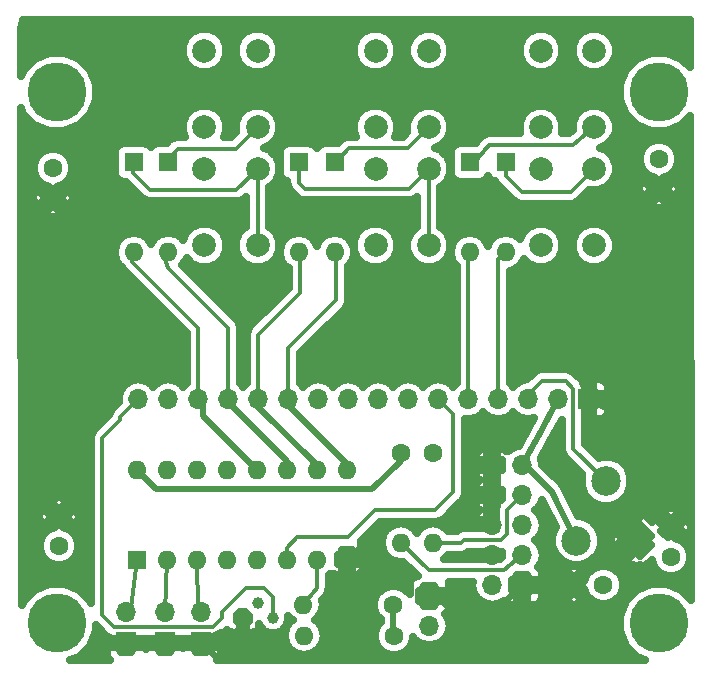
<source format=gbr>
G04 #@! TF.FileFunction,Copper,L1,Top,Signal*
%FSLAX46Y46*%
G04 Gerber Fmt 4.6, Leading zero omitted, Abs format (unit mm)*
G04 Created by KiCad (PCBNEW 4.0.7) date 03/25/19 16:29:38*
%MOMM*%
%LPD*%
G01*
G04 APERTURE LIST*
%ADD10C,0.100000*%
%ADD11C,1.600000*%
%ADD12R,1.600000X1.600000*%
%ADD13O,1.600000X1.600000*%
%ADD14R,1.700000X1.700000*%
%ADD15O,1.700000X1.700000*%
%ADD16C,1.000000*%
%ADD17R,1.000000X1.000000*%
%ADD18C,2.500000*%
%ADD19C,2.000000*%
%ADD20C,5.000000*%
%ADD21C,0.500000*%
%ADD22C,0.350000*%
%ADD23C,0.635000*%
G04 APERTURE END LIST*
D10*
D11*
X161290000Y-80772000D03*
X158790000Y-80772000D03*
D12*
X149987000Y-44958000D03*
D13*
X149987000Y-52578000D03*
D12*
X153035000Y-44958000D03*
D13*
X153035000Y-52578000D03*
D12*
X138557000Y-44958000D03*
D13*
X138557000Y-52578000D03*
D12*
X135509000Y-44958000D03*
D13*
X135509000Y-52578000D03*
D12*
X124460000Y-44958000D03*
D13*
X124460000Y-52578000D03*
D12*
X121539000Y-44958000D03*
D13*
X121539000Y-52578000D03*
D14*
X154432000Y-80772000D03*
D15*
X151892000Y-80772000D03*
X154432000Y-78232000D03*
X151892000Y-78232000D03*
X154432000Y-75692000D03*
X151892000Y-75692000D03*
X154432000Y-73152000D03*
X151892000Y-73152000D03*
X154432000Y-70612000D03*
X151892000Y-70612000D03*
D16*
X132029200Y-82245200D03*
X133299200Y-83515200D03*
D17*
X130759200Y-83515200D03*
D11*
X144145000Y-69557900D03*
D13*
X144145000Y-77177900D03*
D11*
X146850100Y-69570600D03*
D13*
X146850100Y-77190600D03*
D11*
X143510000Y-82423000D03*
D13*
X135890000Y-82423000D03*
D11*
X143560800Y-85054440D03*
D13*
X135940800Y-85054440D03*
D18*
X161500000Y-71960000D03*
X164000000Y-77000000D03*
X159000000Y-77000000D03*
D19*
X132000000Y-45500000D03*
X127500000Y-45500000D03*
X132000000Y-52000000D03*
X127500000Y-52000000D03*
X132000000Y-35500000D03*
X127500000Y-35500000D03*
X132000000Y-42000000D03*
X127500000Y-42000000D03*
X146500000Y-45500000D03*
X142000000Y-45500000D03*
X146500000Y-52000000D03*
X142000000Y-52000000D03*
X146500000Y-35500000D03*
X142000000Y-35500000D03*
X146500000Y-42000000D03*
X142000000Y-42000000D03*
X160500000Y-45500000D03*
X156000000Y-45500000D03*
X160500000Y-52000000D03*
X156000000Y-52000000D03*
X160500000Y-35500000D03*
X156000000Y-35500000D03*
X160500000Y-42000000D03*
X156000000Y-42000000D03*
D12*
X121793000Y-78613000D03*
D13*
X139573000Y-70993000D03*
X124333000Y-78613000D03*
X137033000Y-70993000D03*
X126873000Y-78613000D03*
X134493000Y-70993000D03*
X129413000Y-78613000D03*
X131953000Y-70993000D03*
X131953000Y-78613000D03*
X129413000Y-70993000D03*
X134493000Y-78613000D03*
X126873000Y-70993000D03*
X137033000Y-78613000D03*
X124333000Y-70993000D03*
X139573000Y-78613000D03*
X121793000Y-70993000D03*
D14*
X160020000Y-65024000D03*
D15*
X157480000Y-65024000D03*
X154940000Y-65024000D03*
X152400000Y-65024000D03*
X149860000Y-65024000D03*
X147320000Y-65024000D03*
X144780000Y-65024000D03*
X142240000Y-65024000D03*
X139700000Y-65024000D03*
X137160000Y-65024000D03*
X134620000Y-65024000D03*
X132080000Y-65024000D03*
X129540000Y-65024000D03*
X127000000Y-65024000D03*
X124460000Y-65024000D03*
X121920000Y-65024000D03*
D14*
X120904000Y-85598000D03*
D15*
X120904000Y-83058000D03*
D14*
X124206000Y-85598000D03*
D15*
X124206000Y-83058000D03*
D14*
X127254000Y-85598000D03*
D15*
X127254000Y-83058000D03*
D20*
X115000000Y-39000000D03*
X166000000Y-39000000D03*
X166000000Y-84000000D03*
X115000000Y-84000000D03*
D14*
X146558000Y-81661000D03*
D15*
X146558000Y-84201000D03*
D11*
X114681000Y-45466000D03*
X114681000Y-47966000D03*
X165989000Y-44704000D03*
X165989000Y-47204000D03*
X167005000Y-78359000D03*
X167005000Y-75859000D03*
X115189000Y-77470000D03*
X115189000Y-74970000D03*
D21*
X146558000Y-81661000D02*
X147193000Y-81661000D01*
X147193000Y-81661000D02*
X148590000Y-83058000D01*
X148590000Y-83058000D02*
X152146000Y-83058000D01*
X152146000Y-83058000D02*
X154432000Y-80772000D01*
X139573000Y-81026000D02*
X139573000Y-84074000D01*
X128397000Y-86741000D02*
X127254000Y-85598000D01*
X136906000Y-86741000D02*
X128397000Y-86741000D01*
X139573000Y-84074000D02*
X136906000Y-86741000D01*
X158790000Y-80772000D02*
X158877000Y-80772000D01*
X158877000Y-80772000D02*
X162649000Y-77000000D01*
X162649000Y-77000000D02*
X164000000Y-77000000D01*
X139573000Y-78613000D02*
X139664440Y-78613000D01*
X139664440Y-78613000D02*
X142768320Y-75509120D01*
X142768320Y-75509120D02*
X151709120Y-75509120D01*
X151709120Y-75509120D02*
X151892000Y-75692000D01*
X154432000Y-80772000D02*
X158739200Y-80822800D01*
X158739200Y-80822800D02*
X158790000Y-80772000D01*
X154432000Y-80772000D02*
X155270200Y-80772000D01*
X130759200Y-83515200D02*
X130759200Y-84175600D01*
X130759200Y-84175600D02*
X130200400Y-84734400D01*
X127254000Y-85598000D02*
X128778000Y-84836000D01*
X128778000Y-84836000D02*
X128828800Y-84734400D01*
X128828800Y-84734400D02*
X130200400Y-84734400D01*
X139573000Y-81026000D02*
X139573000Y-78613000D01*
X151892000Y-73152000D02*
X151892000Y-75692000D01*
X151892000Y-70612000D02*
X151892000Y-73152000D01*
D22*
X124206000Y-85598000D02*
X127254000Y-85598000D01*
X120904000Y-85598000D02*
X124206000Y-85598000D01*
D21*
X164000000Y-77000000D02*
X164000000Y-67000000D01*
X164000000Y-67000000D02*
X160020000Y-65024000D01*
X151587200Y-77927200D02*
X151892000Y-78232000D01*
D22*
X150000000Y-45000000D02*
X150364600Y-45000000D01*
X150364600Y-45000000D02*
X151612600Y-43498000D01*
X151612600Y-43498000D02*
X158748000Y-43498000D01*
X158748000Y-43498000D02*
X160500000Y-42000000D01*
X149860000Y-65024000D02*
X149860000Y-61024000D01*
X149860000Y-61024000D02*
X149860000Y-52642000D01*
X153000000Y-45000000D02*
X153000000Y-46130000D01*
X158514200Y-47485800D02*
X160500000Y-45500000D01*
X154355800Y-47485800D02*
X158514200Y-47485800D01*
X153000000Y-46130000D02*
X154355800Y-47485800D01*
X152400000Y-60960000D02*
X152400000Y-65024000D01*
X152400000Y-61024000D02*
X152400000Y-60960000D01*
X152400000Y-60960000D02*
X152400000Y-53150000D01*
X152400000Y-53150000D02*
X152908000Y-52642000D01*
X138500000Y-45000000D02*
X138553600Y-45000000D01*
X138553600Y-45000000D02*
X139776200Y-43777400D01*
X139776200Y-43777400D02*
X144722600Y-43777400D01*
X144722600Y-43777400D02*
X146500000Y-42000000D01*
X138684000Y-45022000D02*
X138906000Y-45022000D01*
X138684000Y-55245000D02*
X138684000Y-56642000D01*
X134620000Y-60706000D02*
X134620000Y-65024000D01*
X138684000Y-56642000D02*
X134620000Y-60706000D01*
X138684000Y-55245000D02*
X138684000Y-52642000D01*
D21*
X139573000Y-70993000D02*
X139573000Y-70485000D01*
X139573000Y-70485000D02*
X134620000Y-65532000D01*
X134620000Y-65532000D02*
X134620000Y-65024000D01*
D22*
X146500000Y-45500000D02*
X146500000Y-52000000D01*
X135500000Y-45000000D02*
X135500000Y-46689400D01*
X144793600Y-47206400D02*
X146500000Y-45500000D01*
X136017000Y-47206400D02*
X144793600Y-47206400D01*
X135500000Y-46689400D02*
X136017000Y-47206400D01*
X146558000Y-45276000D02*
X146304000Y-45530000D01*
X135636000Y-55626000D02*
X135636000Y-56007000D01*
X132080000Y-59563000D02*
X132080000Y-65024000D01*
X135636000Y-56007000D02*
X132080000Y-59563000D01*
X135636000Y-55690000D02*
X135636000Y-55626000D01*
X135636000Y-55626000D02*
X135636000Y-52642000D01*
D21*
X137033000Y-70993000D02*
X137033000Y-70612000D01*
X137033000Y-70612000D02*
X132080000Y-65659000D01*
X132080000Y-65659000D02*
X132080000Y-65024000D01*
D22*
X124000000Y-45000000D02*
X124050200Y-45000000D01*
X124050200Y-45000000D02*
X125247400Y-43802800D01*
X130197200Y-43802800D02*
X132000000Y-42000000D01*
X125247400Y-43802800D02*
X130197200Y-43802800D01*
X124000000Y-45000000D02*
X124730000Y-45000000D01*
X129540000Y-65024000D02*
X129540000Y-58992000D01*
X129540000Y-58992000D02*
X124460000Y-53912000D01*
X124460000Y-53912000D02*
X124000000Y-52620000D01*
D21*
X134493000Y-70993000D02*
X134493000Y-70231000D01*
X134493000Y-70231000D02*
X129540000Y-65278000D01*
X129540000Y-65278000D02*
X129540000Y-65024000D01*
D22*
X132000000Y-45500000D02*
X132000000Y-52000000D01*
X121500000Y-45000000D02*
X121500000Y-45846600D01*
X130217400Y-47282600D02*
X132000000Y-45500000D01*
X122936000Y-47282600D02*
X130217400Y-47282600D01*
X121500000Y-45846600D02*
X122936000Y-47282600D01*
X121412000Y-45022000D02*
X121539000Y-45022000D01*
X132588000Y-45022000D02*
X132080000Y-45530000D01*
X127000000Y-65024000D02*
X127000000Y-58992000D01*
X127000000Y-58992000D02*
X121412000Y-53404000D01*
X121412000Y-52642000D02*
X121412000Y-53404000D01*
D21*
X131953000Y-70993000D02*
X127381000Y-66421000D01*
X127381000Y-66421000D02*
X127381000Y-65405000D01*
X127381000Y-65405000D02*
X127000000Y-65024000D01*
D22*
X144145000Y-77177900D02*
X144150080Y-77177900D01*
X144150080Y-77177900D02*
X146489420Y-79517240D01*
X152908000Y-79502000D02*
X154432000Y-78232000D01*
X146489420Y-79517240D02*
X152908000Y-79502000D01*
X146850100Y-77190600D02*
X149250400Y-77190600D01*
X153162000Y-74422000D02*
X154432000Y-73152000D01*
X153162000Y-76454000D02*
X153162000Y-74422000D01*
X152654000Y-76962000D02*
X153162000Y-76454000D01*
X149479000Y-76962000D02*
X152654000Y-76962000D01*
X149250400Y-77190600D02*
X149479000Y-76962000D01*
X124333000Y-70993000D02*
X124409200Y-70993000D01*
D21*
X143510000Y-82423000D02*
X143510000Y-85003640D01*
X143510000Y-85003640D02*
X143560800Y-85054440D01*
X144145000Y-69557900D02*
X144145000Y-70231000D01*
X144145000Y-70231000D02*
X141732000Y-72644000D01*
X123444000Y-72644000D02*
X121793000Y-70993000D01*
X141732000Y-72644000D02*
X123444000Y-72644000D01*
X154432000Y-70612000D02*
X154660600Y-70612000D01*
X156908500Y-72859900D02*
X159000000Y-77000000D01*
X154660600Y-70612000D02*
X156908500Y-72859900D01*
X154432000Y-70612000D02*
X155829000Y-68072000D01*
X155829000Y-68072000D02*
X157480000Y-65024000D01*
D22*
X137033000Y-78613000D02*
X137033000Y-81026000D01*
X137033000Y-81026000D02*
X135890000Y-82423000D01*
X155520000Y-45022000D02*
X156282000Y-45784000D01*
X154940000Y-65024000D02*
X154940000Y-64643000D01*
X154940000Y-64643000D02*
X156083000Y-63500000D01*
X158750000Y-69210000D02*
X161500000Y-71960000D01*
X158750000Y-64135000D02*
X158750000Y-69210000D01*
X158115000Y-63500000D02*
X158750000Y-64135000D01*
X156083000Y-63500000D02*
X158115000Y-63500000D01*
X154940000Y-65024000D02*
X154940000Y-64871600D01*
X160841500Y-71301500D02*
X161500000Y-71960000D01*
X134493000Y-78613000D02*
X134493000Y-77597000D01*
X148590000Y-66294000D02*
X147320000Y-65024000D01*
X148590000Y-72898000D02*
X148590000Y-66294000D01*
X147066000Y-74422000D02*
X148590000Y-72898000D01*
X141986000Y-74422000D02*
X147066000Y-74422000D01*
X139700000Y-76708000D02*
X141986000Y-74422000D01*
X135382000Y-76708000D02*
X139700000Y-76708000D01*
X134493000Y-77597000D02*
X135382000Y-76708000D01*
X134493000Y-78613000D02*
X134747000Y-78613000D01*
X121793000Y-78613000D02*
X121259600Y-82702400D01*
X121259600Y-82702400D02*
X120904000Y-83058000D01*
X124333000Y-78613000D02*
X124206000Y-83058000D01*
X126873000Y-78613000D02*
X126949200Y-82753200D01*
X126949200Y-82753200D02*
X127254000Y-83058000D01*
X133299200Y-83515200D02*
X133299200Y-81737200D01*
X120396000Y-66548000D02*
X121920000Y-65024000D01*
X120396000Y-66802000D02*
X120396000Y-66548000D01*
X118872000Y-68326000D02*
X120396000Y-66802000D01*
X118872000Y-83312000D02*
X118872000Y-68326000D01*
X119888000Y-84328000D02*
X118872000Y-83312000D01*
X128270000Y-84328000D02*
X119888000Y-84328000D01*
X129032000Y-83566000D02*
X128270000Y-84328000D01*
X129032000Y-83058000D02*
X129032000Y-83566000D01*
X131064000Y-81026000D02*
X129032000Y-83058000D01*
X132588000Y-81026000D02*
X131064000Y-81026000D01*
X133299200Y-81737200D02*
X132588000Y-81026000D01*
D23*
G36*
X168603198Y-36911991D02*
X167881667Y-36189200D01*
X166662787Y-35683077D01*
X165343003Y-35681925D01*
X164123242Y-36185920D01*
X163189200Y-37118333D01*
X162683077Y-38337213D01*
X162681925Y-39656997D01*
X163185920Y-40876758D01*
X164118333Y-41810800D01*
X165337213Y-42316923D01*
X166656997Y-42318075D01*
X167876758Y-41814080D01*
X168612778Y-41079344D01*
X168706885Y-82015860D01*
X167881667Y-81189200D01*
X166662787Y-80683077D01*
X165343003Y-80681925D01*
X164123242Y-81185920D01*
X163189200Y-82118333D01*
X162683077Y-83337213D01*
X162681925Y-84656997D01*
X163185920Y-85876758D01*
X164118333Y-86810800D01*
X164832866Y-87107500D01*
X128611933Y-87107500D01*
X128803825Y-86915608D01*
X128929500Y-86612202D01*
X128929500Y-86229375D01*
X128723125Y-86023000D01*
X127679000Y-86023000D01*
X127679000Y-86448000D01*
X126829000Y-86448000D01*
X126829000Y-86023000D01*
X125784875Y-86023000D01*
X125730000Y-86077875D01*
X125675125Y-86023000D01*
X124631000Y-86023000D01*
X124631000Y-86448000D01*
X123781000Y-86448000D01*
X123781000Y-86023000D01*
X122736875Y-86023000D01*
X122555000Y-86204875D01*
X122373125Y-86023000D01*
X121329000Y-86023000D01*
X121329000Y-86448000D01*
X120479000Y-86448000D01*
X120479000Y-86023000D01*
X119434875Y-86023000D01*
X119228500Y-86229375D01*
X119228500Y-86612202D01*
X119354175Y-86915608D01*
X119546067Y-87107500D01*
X116166627Y-87107500D01*
X116876758Y-86814080D01*
X117810800Y-85881667D01*
X118316923Y-84662787D01*
X118317361Y-84160967D01*
X119186197Y-85029803D01*
X119508187Y-85244950D01*
X119888000Y-85320500D01*
X128270000Y-85320500D01*
X128649813Y-85244950D01*
X128971803Y-85029803D01*
X129433700Y-84567906D01*
X129433700Y-84697702D01*
X129774269Y-84697702D01*
X129791592Y-84715025D01*
X130094998Y-84840700D01*
X130302825Y-84840700D01*
X130509200Y-84634325D01*
X130509200Y-83765200D01*
X130259200Y-83765200D01*
X130259200Y-83265200D01*
X130509200Y-83265200D01*
X130509200Y-83015200D01*
X130936255Y-83015200D01*
X131009200Y-83088272D01*
X131009200Y-83265200D01*
X131185819Y-83265200D01*
X131259200Y-83338709D01*
X131259200Y-83765200D01*
X131009200Y-83765200D01*
X131009200Y-84634325D01*
X131215575Y-84840700D01*
X131423402Y-84840700D01*
X131726808Y-84715025D01*
X131744131Y-84697702D01*
X132084700Y-84697702D01*
X132084700Y-84025948D01*
X132181627Y-84260529D01*
X132551922Y-84631471D01*
X133035983Y-84832470D01*
X133560117Y-84832928D01*
X134044529Y-84632773D01*
X134415471Y-84262478D01*
X134616470Y-83778417D01*
X134616783Y-83420402D01*
X134714566Y-83566745D01*
X134997345Y-83755692D01*
X134765366Y-83910695D01*
X134414736Y-84435450D01*
X134291611Y-85054440D01*
X134414736Y-85673430D01*
X134765366Y-86198185D01*
X135290121Y-86548815D01*
X135909111Y-86671940D01*
X135972489Y-86671940D01*
X136591479Y-86548815D01*
X137116234Y-86198185D01*
X137466864Y-85673430D01*
X137589989Y-85054440D01*
X137466864Y-84435450D01*
X137116234Y-83910695D01*
X136833455Y-83721748D01*
X137065434Y-83566745D01*
X137416064Y-83041990D01*
X137539189Y-82423000D01*
X137467451Y-82062347D01*
X137801153Y-81654489D01*
X137869353Y-81526434D01*
X137949950Y-81405813D01*
X137959700Y-81356797D01*
X137983192Y-81312688D01*
X137997196Y-81168293D01*
X138025500Y-81026000D01*
X138025500Y-79889493D01*
X138166167Y-79795502D01*
X138465907Y-79795502D01*
X138931460Y-80106545D01*
X139173000Y-79974586D01*
X139173000Y-79013000D01*
X139973000Y-79013000D01*
X139973000Y-79974586D01*
X140214540Y-80106545D01*
X140707373Y-79777276D01*
X141066573Y-79254545D01*
X140942169Y-79013000D01*
X139973000Y-79013000D01*
X139173000Y-79013000D01*
X138773000Y-79013000D01*
X138773000Y-78213000D01*
X139173000Y-78213000D01*
X139173000Y-77813000D01*
X139973000Y-77813000D01*
X139973000Y-78213000D01*
X140942169Y-78213000D01*
X141066573Y-77971455D01*
X140755502Y-77518764D01*
X140755502Y-77056104D01*
X142397107Y-75414500D01*
X147066000Y-75414500D01*
X147445813Y-75338950D01*
X147767803Y-75123803D01*
X149066305Y-73825301D01*
X150357736Y-73825301D01*
X150682798Y-74311839D01*
X150840454Y-74422000D01*
X150682798Y-74532161D01*
X150357736Y-75018699D01*
X150485692Y-75267000D01*
X151467000Y-75267000D01*
X151467000Y-73577000D01*
X150485692Y-73577000D01*
X150357736Y-73825301D01*
X149066305Y-73825301D01*
X149291803Y-73599804D01*
X149506950Y-73277814D01*
X149535820Y-73132674D01*
X149582500Y-72898000D01*
X149582500Y-71285301D01*
X150357736Y-71285301D01*
X150682798Y-71771839D01*
X150840454Y-71882000D01*
X150682798Y-71992161D01*
X150357736Y-72478699D01*
X150485692Y-72727000D01*
X151467000Y-72727000D01*
X151467000Y-71037000D01*
X150485692Y-71037000D01*
X150357736Y-71285301D01*
X149582500Y-71285301D01*
X149582500Y-69938699D01*
X150357736Y-69938699D01*
X150485692Y-70187000D01*
X151467000Y-70187000D01*
X151467000Y-69197643D01*
X151218694Y-69077707D01*
X150682798Y-69452161D01*
X150357736Y-69938699D01*
X149582500Y-69938699D01*
X149582500Y-66668970D01*
X149860000Y-66724168D01*
X150498125Y-66597237D01*
X151039101Y-66235769D01*
X151130000Y-66099729D01*
X151220899Y-66235769D01*
X151761875Y-66597237D01*
X152400000Y-66724168D01*
X153038125Y-66597237D01*
X153579101Y-66235769D01*
X153670000Y-66099729D01*
X153760899Y-66235769D01*
X154301875Y-66597237D01*
X154940000Y-66724168D01*
X155393940Y-66633874D01*
X154891968Y-67560592D01*
X154097834Y-69004472D01*
X153761207Y-69071431D01*
X153225321Y-69429498D01*
X153068768Y-69429498D01*
X152565306Y-69077707D01*
X152317000Y-69197643D01*
X152317000Y-70187000D01*
X152742000Y-70187000D01*
X152742000Y-70560882D01*
X152731832Y-70612000D01*
X152742000Y-70663118D01*
X152742000Y-71037000D01*
X152317000Y-71037000D01*
X152317000Y-72727000D01*
X152742000Y-72727000D01*
X152742000Y-73100882D01*
X152731832Y-73152000D01*
X152742000Y-73203118D01*
X152742000Y-73438394D01*
X152603394Y-73577000D01*
X152317000Y-73577000D01*
X152317000Y-73934506D01*
X152245050Y-74042187D01*
X152169500Y-74422000D01*
X152169500Y-75969500D01*
X149479000Y-75969500D01*
X149099187Y-76045050D01*
X148870131Y-76198100D01*
X148116078Y-76198100D01*
X147993845Y-76015166D01*
X147469090Y-75664536D01*
X146850100Y-75541411D01*
X146231110Y-75664536D01*
X145706355Y-76015166D01*
X145501793Y-76321315D01*
X145288745Y-76002466D01*
X144763990Y-75651836D01*
X144145000Y-75528711D01*
X143526010Y-75651836D01*
X143001255Y-76002466D01*
X142650625Y-76527221D01*
X142527500Y-77146211D01*
X142527500Y-77209589D01*
X142650625Y-77828579D01*
X143001255Y-78353334D01*
X143526010Y-78703964D01*
X144145000Y-78827089D01*
X144354075Y-78785501D01*
X145554073Y-79985500D01*
X145375498Y-79985500D01*
X145375498Y-80055212D01*
X145240392Y-80111175D01*
X145008175Y-80343392D01*
X144952212Y-80478498D01*
X144882500Y-80478498D01*
X144882500Y-81509046D01*
X144882050Y-81507957D01*
X144427437Y-81052550D01*
X143833152Y-80805781D01*
X143189671Y-80805220D01*
X142594957Y-81050950D01*
X142139550Y-81505563D01*
X141892781Y-82099848D01*
X141892220Y-82743329D01*
X142137950Y-83338043D01*
X142442500Y-83643125D01*
X142442500Y-83885293D01*
X142190350Y-84137003D01*
X141943581Y-84731288D01*
X141943020Y-85374769D01*
X142188750Y-85969483D01*
X142643363Y-86424890D01*
X143237648Y-86671659D01*
X143881129Y-86672220D01*
X144475843Y-86426490D01*
X144931250Y-85971877D01*
X145178019Y-85377592D01*
X145178236Y-85128678D01*
X145346231Y-85380101D01*
X145887207Y-85741569D01*
X146525332Y-85868500D01*
X146590668Y-85868500D01*
X147228793Y-85741569D01*
X147769769Y-85380101D01*
X148131237Y-84839125D01*
X148258168Y-84201000D01*
X148131237Y-83562875D01*
X147887835Y-83198598D01*
X148107825Y-82978608D01*
X148233500Y-82675202D01*
X148233500Y-82292375D01*
X148027125Y-82086000D01*
X146983000Y-82086000D01*
X146983000Y-82511000D01*
X146133000Y-82511000D01*
X146133000Y-82086000D01*
X145708000Y-82086000D01*
X145708000Y-81236000D01*
X146133000Y-81236000D01*
X146133000Y-80811000D01*
X146983000Y-80811000D01*
X146983000Y-81236000D01*
X148027125Y-81236000D01*
X148233500Y-81029625D01*
X148233500Y-80646798D01*
X148175072Y-80505740D01*
X150245772Y-80500824D01*
X150191832Y-80772000D01*
X150318763Y-81410125D01*
X150680231Y-81951101D01*
X151221207Y-82312569D01*
X151859332Y-82439500D01*
X151924668Y-82439500D01*
X152562793Y-82312569D01*
X152887904Y-82095337D01*
X153114392Y-82321825D01*
X153417798Y-82447500D01*
X153800625Y-82447500D01*
X154007000Y-82241125D01*
X154007000Y-81197000D01*
X154857000Y-81197000D01*
X154857000Y-82241125D01*
X155063375Y-82447500D01*
X155446202Y-82447500D01*
X155749608Y-82321825D01*
X155981825Y-82089608D01*
X156001927Y-82041076D01*
X158086609Y-82041076D01*
X158168242Y-82308298D01*
X158803486Y-82429290D01*
X159411758Y-82308298D01*
X159493391Y-82041076D01*
X158790000Y-81337685D01*
X158086609Y-82041076D01*
X156001927Y-82041076D01*
X156107500Y-81786202D01*
X156107500Y-81403375D01*
X155901125Y-81197000D01*
X154857000Y-81197000D01*
X154007000Y-81197000D01*
X153582000Y-81197000D01*
X153582000Y-80823118D01*
X153589485Y-80785486D01*
X157132710Y-80785486D01*
X157253702Y-81393758D01*
X157520924Y-81475391D01*
X158224315Y-80772000D01*
X159355685Y-80772000D01*
X159672223Y-81088538D01*
X159672220Y-81092329D01*
X159917950Y-81687043D01*
X160372563Y-82142450D01*
X160966848Y-82389219D01*
X161610329Y-82389780D01*
X162205043Y-82144050D01*
X162660450Y-81689437D01*
X162907219Y-81095152D01*
X162907780Y-80451671D01*
X162662050Y-79856957D01*
X162207437Y-79401550D01*
X161613152Y-79154781D01*
X160969671Y-79154220D01*
X160374957Y-79399950D01*
X159919550Y-79854563D01*
X159672781Y-80448848D01*
X159672776Y-80454909D01*
X159355685Y-80772000D01*
X158224315Y-80772000D01*
X157520924Y-80068609D01*
X157253702Y-80150242D01*
X157132710Y-80785486D01*
X153589485Y-80785486D01*
X153592168Y-80772000D01*
X153582000Y-80720882D01*
X153582000Y-80347000D01*
X154007000Y-80347000D01*
X154007000Y-79922000D01*
X154857000Y-79922000D01*
X154857000Y-80347000D01*
X155901125Y-80347000D01*
X156107500Y-80140625D01*
X156107500Y-79757798D01*
X156001928Y-79502924D01*
X158086609Y-79502924D01*
X158790000Y-80206315D01*
X159493391Y-79502924D01*
X159411758Y-79235702D01*
X158776514Y-79114710D01*
X158168242Y-79235702D01*
X158086609Y-79502924D01*
X156001928Y-79502924D01*
X155981825Y-79454392D01*
X155761835Y-79234402D01*
X156005237Y-78870125D01*
X156132168Y-78232000D01*
X156005237Y-77593875D01*
X155643769Y-77052899D01*
X155507729Y-76962000D01*
X155643769Y-76871101D01*
X156005237Y-76330125D01*
X156132168Y-75692000D01*
X156005237Y-75053875D01*
X155643769Y-74512899D01*
X155507729Y-74422000D01*
X155643769Y-74331101D01*
X156005237Y-73790125D01*
X156055300Y-73538439D01*
X157231734Y-75867176D01*
X156932859Y-76586945D01*
X156932142Y-77409447D01*
X157246237Y-78169615D01*
X157827326Y-78751719D01*
X158586945Y-79067141D01*
X159409447Y-79067858D01*
X160169615Y-78753763D01*
X160751719Y-78172674D01*
X161067141Y-77413055D01*
X161067382Y-77135761D01*
X161888198Y-77135761D01*
X161996996Y-77682725D01*
X162281999Y-77834118D01*
X163116117Y-77000000D01*
X162281999Y-76165882D01*
X161996996Y-76317275D01*
X161888198Y-77135761D01*
X161067382Y-77135761D01*
X161067858Y-76590553D01*
X160753763Y-75830385D01*
X160206334Y-75281999D01*
X163165882Y-75281999D01*
X164000000Y-76116117D01*
X164408355Y-75707763D01*
X165292238Y-76591646D01*
X164883883Y-77000000D01*
X165292238Y-77408355D01*
X164408355Y-78292238D01*
X164000000Y-77883883D01*
X163165882Y-78718001D01*
X163317275Y-79003004D01*
X164135761Y-79111802D01*
X164389099Y-79061410D01*
X164655798Y-79328109D01*
X165387292Y-78596615D01*
X165387220Y-78679329D01*
X165632950Y-79274043D01*
X166087563Y-79729450D01*
X166681848Y-79976219D01*
X167325329Y-79976780D01*
X167920043Y-79731050D01*
X168375450Y-79276437D01*
X168622219Y-78682152D01*
X168622780Y-78038671D01*
X168377050Y-77443957D01*
X167922437Y-76988550D01*
X167328152Y-76741781D01*
X167322091Y-76741776D01*
X167005000Y-76424685D01*
X166722157Y-76707528D01*
X166156472Y-76141843D01*
X166439315Y-75859000D01*
X167570685Y-75859000D01*
X168274076Y-76562391D01*
X168541298Y-76480758D01*
X168662290Y-75845514D01*
X168541298Y-75237242D01*
X168274076Y-75155609D01*
X167570685Y-75859000D01*
X166439315Y-75859000D01*
X165735924Y-75155609D01*
X165468702Y-75237242D01*
X165429095Y-75445188D01*
X164655798Y-74671891D01*
X164371997Y-74955692D01*
X163864239Y-74888198D01*
X163317275Y-74996996D01*
X163165882Y-75281999D01*
X160206334Y-75281999D01*
X160172674Y-75248281D01*
X159413055Y-74932859D01*
X159151589Y-74932631D01*
X158978460Y-74589924D01*
X166301609Y-74589924D01*
X167005000Y-75293315D01*
X167708391Y-74589924D01*
X167626758Y-74322702D01*
X166991514Y-74201710D01*
X166383242Y-74322702D01*
X166301609Y-74589924D01*
X158978460Y-74589924D01*
X157861318Y-72378554D01*
X157757193Y-72245530D01*
X157663337Y-72105064D01*
X156122707Y-70564434D01*
X156005237Y-69973875D01*
X156003064Y-69970623D01*
X156764361Y-68586448D01*
X156765415Y-68583118D01*
X156767644Y-68580432D01*
X157757500Y-66753006D01*
X157757500Y-69210000D01*
X157784117Y-69343811D01*
X157833050Y-69589813D01*
X158048197Y-69911803D01*
X159506351Y-71369957D01*
X159432859Y-71546945D01*
X159432142Y-72369447D01*
X159746237Y-73129615D01*
X160327326Y-73711719D01*
X161086945Y-74027141D01*
X161909447Y-74027858D01*
X162669615Y-73713763D01*
X163251719Y-73132674D01*
X163567141Y-72373055D01*
X163567858Y-71550553D01*
X163253763Y-70790385D01*
X162672674Y-70208281D01*
X161913055Y-69892859D01*
X161090553Y-69892142D01*
X160910249Y-69966642D01*
X159742500Y-68798894D01*
X159742500Y-65449000D01*
X160445000Y-65449000D01*
X160445000Y-66493125D01*
X160651375Y-66699500D01*
X161034202Y-66699500D01*
X161337608Y-66573825D01*
X161569825Y-66341608D01*
X161695500Y-66038202D01*
X161695500Y-65655375D01*
X161489125Y-65449000D01*
X160445000Y-65449000D01*
X159742500Y-65449000D01*
X159742500Y-64135000D01*
X159666950Y-63755187D01*
X159634346Y-63706392D01*
X159595000Y-63647506D01*
X159595000Y-63554875D01*
X160445000Y-63554875D01*
X160445000Y-64599000D01*
X161489125Y-64599000D01*
X161695500Y-64392625D01*
X161695500Y-64009798D01*
X161569825Y-63706392D01*
X161337608Y-63474175D01*
X161034202Y-63348500D01*
X160651375Y-63348500D01*
X160445000Y-63554875D01*
X159595000Y-63554875D01*
X159388625Y-63348500D01*
X159367107Y-63348500D01*
X158816803Y-62798197D01*
X158494813Y-62583050D01*
X158115000Y-62507500D01*
X156083000Y-62507500D01*
X155703187Y-62583050D01*
X155381196Y-62798197D01*
X154834595Y-63344798D01*
X154301875Y-63450763D01*
X153760899Y-63812231D01*
X153670000Y-63948271D01*
X153579101Y-63812231D01*
X153392500Y-63687548D01*
X153392500Y-54156078D01*
X153653990Y-54104064D01*
X154178745Y-53753434D01*
X154529375Y-53228679D01*
X154550820Y-53120868D01*
X154969125Y-53539903D01*
X155636891Y-53817184D01*
X156359937Y-53817815D01*
X157028186Y-53541700D01*
X157539903Y-53030875D01*
X157817184Y-52363109D01*
X157817186Y-52359937D01*
X158682185Y-52359937D01*
X158958300Y-53028186D01*
X159469125Y-53539903D01*
X160136891Y-53817184D01*
X160859937Y-53817815D01*
X161528186Y-53541700D01*
X162039903Y-53030875D01*
X162317184Y-52363109D01*
X162317815Y-51640063D01*
X162041700Y-50971814D01*
X161530875Y-50460097D01*
X160863109Y-50182816D01*
X160140063Y-50182185D01*
X159471814Y-50458300D01*
X158960097Y-50969125D01*
X158682816Y-51636891D01*
X158682185Y-52359937D01*
X157817186Y-52359937D01*
X157817815Y-51640063D01*
X157541700Y-50971814D01*
X157030875Y-50460097D01*
X156363109Y-50182816D01*
X155640063Y-50182185D01*
X154971814Y-50458300D01*
X154460097Y-50969125D01*
X154241264Y-51496132D01*
X154178745Y-51402566D01*
X153653990Y-51051936D01*
X153035000Y-50928811D01*
X152416010Y-51051936D01*
X151891255Y-51402566D01*
X151540625Y-51927321D01*
X151511000Y-52076256D01*
X151481375Y-51927321D01*
X151130745Y-51402566D01*
X150605990Y-51051936D01*
X149987000Y-50928811D01*
X149368010Y-51051936D01*
X148843255Y-51402566D01*
X148492625Y-51927321D01*
X148369500Y-52546311D01*
X148369500Y-52609689D01*
X148492625Y-53228679D01*
X148843255Y-53753434D01*
X148867500Y-53769634D01*
X148867500Y-63687548D01*
X148680899Y-63812231D01*
X148590000Y-63948271D01*
X148499101Y-63812231D01*
X147958125Y-63450763D01*
X147320000Y-63323832D01*
X146681875Y-63450763D01*
X146140899Y-63812231D01*
X146050000Y-63948271D01*
X145959101Y-63812231D01*
X145418125Y-63450763D01*
X144780000Y-63323832D01*
X144141875Y-63450763D01*
X143600899Y-63812231D01*
X143510000Y-63948271D01*
X143419101Y-63812231D01*
X142878125Y-63450763D01*
X142240000Y-63323832D01*
X141601875Y-63450763D01*
X141060899Y-63812231D01*
X140970000Y-63948271D01*
X140879101Y-63812231D01*
X140338125Y-63450763D01*
X139700000Y-63323832D01*
X139061875Y-63450763D01*
X138520899Y-63812231D01*
X138430000Y-63948271D01*
X138339101Y-63812231D01*
X137798125Y-63450763D01*
X137160000Y-63323832D01*
X136521875Y-63450763D01*
X135980899Y-63812231D01*
X135890000Y-63948271D01*
X135799101Y-63812231D01*
X135612500Y-63687548D01*
X135612500Y-61117106D01*
X139385804Y-57343803D01*
X139600950Y-57021813D01*
X139620416Y-56923950D01*
X139676500Y-56642000D01*
X139676500Y-53769634D01*
X139700745Y-53753434D01*
X140051375Y-53228679D01*
X140174500Y-52609689D01*
X140174500Y-52546311D01*
X140137428Y-52359937D01*
X140182185Y-52359937D01*
X140458300Y-53028186D01*
X140969125Y-53539903D01*
X141636891Y-53817184D01*
X142359937Y-53817815D01*
X143028186Y-53541700D01*
X143539903Y-53030875D01*
X143817184Y-52363109D01*
X143817815Y-51640063D01*
X143541700Y-50971814D01*
X143030875Y-50460097D01*
X142363109Y-50182816D01*
X141640063Y-50182185D01*
X140971814Y-50458300D01*
X140460097Y-50969125D01*
X140182816Y-51636891D01*
X140182185Y-52359937D01*
X140137428Y-52359937D01*
X140051375Y-51927321D01*
X139700745Y-51402566D01*
X139175990Y-51051936D01*
X138557000Y-50928811D01*
X137938010Y-51051936D01*
X137413255Y-51402566D01*
X137062625Y-51927321D01*
X137033000Y-52076256D01*
X137003375Y-51927321D01*
X136652745Y-51402566D01*
X136127990Y-51051936D01*
X135509000Y-50928811D01*
X134890010Y-51051936D01*
X134365255Y-51402566D01*
X134014625Y-51927321D01*
X133891500Y-52546311D01*
X133891500Y-52609689D01*
X134014625Y-53228679D01*
X134365255Y-53753434D01*
X134643500Y-53939351D01*
X134643500Y-55595893D01*
X131378197Y-58861197D01*
X131163050Y-59183187D01*
X131087500Y-59563000D01*
X131087500Y-63687548D01*
X130900899Y-63812231D01*
X130810000Y-63948271D01*
X130719101Y-63812231D01*
X130532500Y-63687548D01*
X130532500Y-58992000D01*
X130456950Y-58612187D01*
X130429096Y-58570500D01*
X130241804Y-58290197D01*
X125644318Y-53692712D01*
X125954375Y-53228679D01*
X125988281Y-53058220D01*
X126469125Y-53539903D01*
X127136891Y-53817184D01*
X127859937Y-53817815D01*
X128528186Y-53541700D01*
X129039903Y-53030875D01*
X129317184Y-52363109D01*
X129317815Y-51640063D01*
X129041700Y-50971814D01*
X128530875Y-50460097D01*
X127863109Y-50182816D01*
X127140063Y-50182185D01*
X126471814Y-50458300D01*
X125960097Y-50969125D01*
X125712519Y-51565358D01*
X125603745Y-51402566D01*
X125078990Y-51051936D01*
X124460000Y-50928811D01*
X123841010Y-51051936D01*
X123316255Y-51402566D01*
X122999500Y-51876623D01*
X122682745Y-51402566D01*
X122157990Y-51051936D01*
X121539000Y-50928811D01*
X120920010Y-51051936D01*
X120395255Y-51402566D01*
X120044625Y-51927321D01*
X119921500Y-52546311D01*
X119921500Y-52609689D01*
X120044625Y-53228679D01*
X120395255Y-53753434D01*
X120538870Y-53849395D01*
X120710197Y-54105803D01*
X126007500Y-59403107D01*
X126007500Y-63687548D01*
X125820899Y-63812231D01*
X125730000Y-63948271D01*
X125639101Y-63812231D01*
X125098125Y-63450763D01*
X124460000Y-63323832D01*
X123821875Y-63450763D01*
X123280899Y-63812231D01*
X123190000Y-63948271D01*
X123099101Y-63812231D01*
X122558125Y-63450763D01*
X121920000Y-63323832D01*
X121281875Y-63450763D01*
X120740899Y-63812231D01*
X120379431Y-64353207D01*
X120252500Y-64991332D01*
X120252500Y-65056668D01*
X120290863Y-65249531D01*
X119694197Y-65846197D01*
X119479050Y-66168187D01*
X119442510Y-66351883D01*
X118170197Y-67624197D01*
X117955050Y-67946187D01*
X117879500Y-68326000D01*
X117879500Y-82281570D01*
X117814080Y-82123242D01*
X116881667Y-81189200D01*
X115662787Y-80683077D01*
X114343003Y-80681925D01*
X113123242Y-81185920D01*
X112189200Y-82118333D01*
X112065532Y-82416159D01*
X112054649Y-77790329D01*
X113571220Y-77790329D01*
X113816950Y-78385043D01*
X114271563Y-78840450D01*
X114865848Y-79087219D01*
X115509329Y-79087780D01*
X116104043Y-78842050D01*
X116559450Y-78387437D01*
X116806219Y-77793152D01*
X116806780Y-77149671D01*
X116561050Y-76554957D01*
X116106437Y-76099550D01*
X115512152Y-75852781D01*
X115506091Y-75852776D01*
X115189000Y-75535685D01*
X114872462Y-75852223D01*
X114868671Y-75852220D01*
X114273957Y-76097950D01*
X113818550Y-76552563D01*
X113571781Y-77146848D01*
X113571220Y-77790329D01*
X112054649Y-77790329D01*
X112048044Y-74983486D01*
X113531710Y-74983486D01*
X113652702Y-75591758D01*
X113919924Y-75673391D01*
X114623315Y-74970000D01*
X115754685Y-74970000D01*
X116458076Y-75673391D01*
X116725298Y-75591758D01*
X116846290Y-74956514D01*
X116725298Y-74348242D01*
X116458076Y-74266609D01*
X115754685Y-74970000D01*
X114623315Y-74970000D01*
X113919924Y-74266609D01*
X113652702Y-74348242D01*
X113531710Y-74983486D01*
X112048044Y-74983486D01*
X112045027Y-73700924D01*
X114485609Y-73700924D01*
X115189000Y-74404315D01*
X115892391Y-73700924D01*
X115810758Y-73433702D01*
X115175514Y-73312710D01*
X114567242Y-73433702D01*
X114485609Y-73700924D01*
X112045027Y-73700924D01*
X111987460Y-49235076D01*
X113977609Y-49235076D01*
X114059242Y-49502298D01*
X114694486Y-49623290D01*
X115302758Y-49502298D01*
X115384391Y-49235076D01*
X114681000Y-48531685D01*
X113977609Y-49235076D01*
X111987460Y-49235076D01*
X111984505Y-47979486D01*
X113023710Y-47979486D01*
X113144702Y-48587758D01*
X113411924Y-48669391D01*
X114115315Y-47966000D01*
X115246685Y-47966000D01*
X115950076Y-48669391D01*
X116217298Y-48587758D01*
X116338290Y-47952514D01*
X116217298Y-47344242D01*
X115950076Y-47262609D01*
X115246685Y-47966000D01*
X114115315Y-47966000D01*
X113411924Y-47262609D01*
X113144702Y-47344242D01*
X113023710Y-47979486D01*
X111984505Y-47979486D01*
X111979345Y-45786329D01*
X113063220Y-45786329D01*
X113308950Y-46381043D01*
X113763563Y-46836450D01*
X114357848Y-47083219D01*
X114363909Y-47083224D01*
X114681000Y-47400315D01*
X114997538Y-47083777D01*
X115001329Y-47083780D01*
X115596043Y-46838050D01*
X116051450Y-46383437D01*
X116298219Y-45789152D01*
X116298780Y-45145671D01*
X116053050Y-44550957D01*
X115660779Y-44158000D01*
X119905485Y-44158000D01*
X119905485Y-45758000D01*
X119962488Y-46060947D01*
X120141530Y-46339186D01*
X120414716Y-46525846D01*
X120739000Y-46591515D01*
X120841309Y-46591515D01*
X122234197Y-47984404D01*
X122555213Y-48198899D01*
X122556187Y-48199550D01*
X122936000Y-48275100D01*
X130217400Y-48275100D01*
X130597213Y-48199550D01*
X130919203Y-47984403D01*
X131007500Y-47896106D01*
X131007500Y-50443555D01*
X130971814Y-50458300D01*
X130460097Y-50969125D01*
X130182816Y-51636891D01*
X130182185Y-52359937D01*
X130458300Y-53028186D01*
X130969125Y-53539903D01*
X131636891Y-53817184D01*
X132359937Y-53817815D01*
X133028186Y-53541700D01*
X133539903Y-53030875D01*
X133817184Y-52363109D01*
X133817815Y-51640063D01*
X133541700Y-50971814D01*
X133030875Y-50460097D01*
X132992500Y-50444162D01*
X132992500Y-47056445D01*
X133028186Y-47041700D01*
X133539903Y-46530875D01*
X133817184Y-45863109D01*
X133817815Y-45140063D01*
X133541700Y-44471814D01*
X133228434Y-44158000D01*
X133875485Y-44158000D01*
X133875485Y-45758000D01*
X133932488Y-46060947D01*
X134111530Y-46339186D01*
X134384716Y-46525846D01*
X134507500Y-46550710D01*
X134507500Y-46689400D01*
X134549946Y-46902787D01*
X134583050Y-47069213D01*
X134798197Y-47391203D01*
X135315196Y-47908203D01*
X135637186Y-48123350D01*
X135700202Y-48135884D01*
X136017000Y-48198900D01*
X144793600Y-48198900D01*
X145173413Y-48123350D01*
X145495403Y-47908203D01*
X145507500Y-47896106D01*
X145507500Y-50443555D01*
X145471814Y-50458300D01*
X144960097Y-50969125D01*
X144682816Y-51636891D01*
X144682185Y-52359937D01*
X144958300Y-53028186D01*
X145469125Y-53539903D01*
X146136891Y-53817184D01*
X146859937Y-53817815D01*
X147528186Y-53541700D01*
X148039903Y-53030875D01*
X148317184Y-52363109D01*
X148317815Y-51640063D01*
X148041700Y-50971814D01*
X147530875Y-50460097D01*
X147492500Y-50444162D01*
X147492500Y-47056445D01*
X147528186Y-47041700D01*
X148039903Y-46530875D01*
X148317184Y-45863109D01*
X148317815Y-45140063D01*
X148041700Y-44471814D01*
X147728434Y-44158000D01*
X148353485Y-44158000D01*
X148353485Y-45758000D01*
X148410488Y-46060947D01*
X148589530Y-46339186D01*
X148862716Y-46525846D01*
X149187000Y-46591515D01*
X150787000Y-46591515D01*
X151089947Y-46534512D01*
X151368186Y-46355470D01*
X151512293Y-46144562D01*
X151637530Y-46339186D01*
X151910716Y-46525846D01*
X152122407Y-46568714D01*
X152298197Y-46831803D01*
X153653997Y-48187604D01*
X153784945Y-48275100D01*
X153975987Y-48402750D01*
X154355800Y-48478300D01*
X158514200Y-48478300D01*
X158540462Y-48473076D01*
X165285609Y-48473076D01*
X165367242Y-48740298D01*
X166002486Y-48861290D01*
X166610758Y-48740298D01*
X166692391Y-48473076D01*
X165989000Y-47769685D01*
X165285609Y-48473076D01*
X158540462Y-48473076D01*
X158894013Y-48402750D01*
X159216003Y-48187603D01*
X160101230Y-47302376D01*
X160136891Y-47317184D01*
X160859937Y-47317815D01*
X161102751Y-47217486D01*
X164331710Y-47217486D01*
X164452702Y-47825758D01*
X164719924Y-47907391D01*
X165423315Y-47204000D01*
X166554685Y-47204000D01*
X167258076Y-47907391D01*
X167525298Y-47825758D01*
X167646290Y-47190514D01*
X167525298Y-46582242D01*
X167258076Y-46500609D01*
X166554685Y-47204000D01*
X165423315Y-47204000D01*
X164719924Y-46500609D01*
X164452702Y-46582242D01*
X164331710Y-47217486D01*
X161102751Y-47217486D01*
X161528186Y-47041700D01*
X162039903Y-46530875D01*
X162317184Y-45863109D01*
X162317815Y-45140063D01*
X162269995Y-45024329D01*
X164371220Y-45024329D01*
X164616950Y-45619043D01*
X165071563Y-46074450D01*
X165665848Y-46321219D01*
X165671909Y-46321224D01*
X165989000Y-46638315D01*
X166305538Y-46321777D01*
X166309329Y-46321780D01*
X166904043Y-46076050D01*
X167359450Y-45621437D01*
X167606219Y-45027152D01*
X167606780Y-44383671D01*
X167361050Y-43788957D01*
X166906437Y-43333550D01*
X166312152Y-43086781D01*
X165668671Y-43086220D01*
X165073957Y-43331950D01*
X164618550Y-43786563D01*
X164371781Y-44380848D01*
X164371220Y-45024329D01*
X162269995Y-45024329D01*
X162041700Y-44471814D01*
X161530875Y-43960097D01*
X161024485Y-43749825D01*
X161528186Y-43541700D01*
X162039903Y-43030875D01*
X162317184Y-42363109D01*
X162317815Y-41640063D01*
X162041700Y-40971814D01*
X161530875Y-40460097D01*
X160863109Y-40182816D01*
X160140063Y-40182185D01*
X159471814Y-40458300D01*
X158960097Y-40969125D01*
X158682816Y-41636891D01*
X158682282Y-42248359D01*
X158381540Y-42505500D01*
X157758058Y-42505500D01*
X157817184Y-42363109D01*
X157817815Y-41640063D01*
X157541700Y-40971814D01*
X157030875Y-40460097D01*
X156363109Y-40182816D01*
X155640063Y-40182185D01*
X154971814Y-40458300D01*
X154460097Y-40969125D01*
X154182816Y-41636891D01*
X154182185Y-42359937D01*
X154242330Y-42505500D01*
X151612600Y-42505500D01*
X151567276Y-42514515D01*
X151521318Y-42509707D01*
X151378695Y-42552027D01*
X151232787Y-42581050D01*
X151194366Y-42606722D01*
X151150063Y-42619868D01*
X151034487Y-42713550D01*
X150910797Y-42796197D01*
X150885125Y-42834618D01*
X150849225Y-42863717D01*
X150466376Y-43324485D01*
X149187000Y-43324485D01*
X148884053Y-43381488D01*
X148605814Y-43560530D01*
X148419154Y-43833716D01*
X148353485Y-44158000D01*
X147728434Y-44158000D01*
X147530875Y-43960097D01*
X147024485Y-43749825D01*
X147528186Y-43541700D01*
X148039903Y-43030875D01*
X148317184Y-42363109D01*
X148317815Y-41640063D01*
X148041700Y-40971814D01*
X147530875Y-40460097D01*
X146863109Y-40182816D01*
X146140063Y-40182185D01*
X145471814Y-40458300D01*
X144960097Y-40969125D01*
X144682816Y-41636891D01*
X144682185Y-42359937D01*
X144698053Y-42398341D01*
X144311494Y-42784900D01*
X143642041Y-42784900D01*
X143817184Y-42363109D01*
X143817815Y-41640063D01*
X143541700Y-40971814D01*
X143030875Y-40460097D01*
X142363109Y-40182816D01*
X141640063Y-40182185D01*
X140971814Y-40458300D01*
X140460097Y-40969125D01*
X140182816Y-41636891D01*
X140182185Y-42359937D01*
X140357776Y-42784900D01*
X139776200Y-42784900D01*
X139396387Y-42860450D01*
X139074397Y-43075596D01*
X138825508Y-43324485D01*
X137757000Y-43324485D01*
X137454053Y-43381488D01*
X137175814Y-43560530D01*
X137031707Y-43771438D01*
X136906470Y-43576814D01*
X136633284Y-43390154D01*
X136309000Y-43324485D01*
X134709000Y-43324485D01*
X134406053Y-43381488D01*
X134127814Y-43560530D01*
X133941154Y-43833716D01*
X133875485Y-44158000D01*
X133228434Y-44158000D01*
X133030875Y-43960097D01*
X132524485Y-43749825D01*
X133028186Y-43541700D01*
X133539903Y-43030875D01*
X133817184Y-42363109D01*
X133817815Y-41640063D01*
X133541700Y-40971814D01*
X133030875Y-40460097D01*
X132363109Y-40182816D01*
X131640063Y-40182185D01*
X130971814Y-40458300D01*
X130460097Y-40969125D01*
X130182816Y-41636891D01*
X130182185Y-42359937D01*
X130198053Y-42398341D01*
X129786094Y-42810300D01*
X129131494Y-42810300D01*
X129317184Y-42363109D01*
X129317815Y-41640063D01*
X129041700Y-40971814D01*
X128530875Y-40460097D01*
X127863109Y-40182816D01*
X127140063Y-40182185D01*
X126471814Y-40458300D01*
X125960097Y-40969125D01*
X125682816Y-41636891D01*
X125682185Y-42359937D01*
X125868271Y-42810300D01*
X125247400Y-42810300D01*
X124930602Y-42873316D01*
X124867586Y-42885850D01*
X124545596Y-43100997D01*
X124322108Y-43324485D01*
X123660000Y-43324485D01*
X123357053Y-43381488D01*
X123078814Y-43560530D01*
X123000111Y-43675715D01*
X122936470Y-43576814D01*
X122663284Y-43390154D01*
X122339000Y-43324485D01*
X120739000Y-43324485D01*
X120436053Y-43381488D01*
X120157814Y-43560530D01*
X119971154Y-43833716D01*
X119905485Y-44158000D01*
X115660779Y-44158000D01*
X115598437Y-44095550D01*
X115004152Y-43848781D01*
X114360671Y-43848220D01*
X113765957Y-44093950D01*
X113310550Y-44548563D01*
X113063781Y-45142848D01*
X113063220Y-45786329D01*
X111979345Y-45786329D01*
X111966543Y-40345825D01*
X112185920Y-40876758D01*
X113118333Y-41810800D01*
X114337213Y-42316923D01*
X115656997Y-42318075D01*
X116876758Y-41814080D01*
X117810800Y-40881667D01*
X118316923Y-39662787D01*
X118318075Y-38343003D01*
X117814080Y-37123242D01*
X116881667Y-36189200D01*
X116088714Y-35859937D01*
X125682185Y-35859937D01*
X125958300Y-36528186D01*
X126469125Y-37039903D01*
X127136891Y-37317184D01*
X127859937Y-37317815D01*
X128528186Y-37041700D01*
X129039903Y-36530875D01*
X129317184Y-35863109D01*
X129317186Y-35859937D01*
X130182185Y-35859937D01*
X130458300Y-36528186D01*
X130969125Y-37039903D01*
X131636891Y-37317184D01*
X132359937Y-37317815D01*
X133028186Y-37041700D01*
X133539903Y-36530875D01*
X133817184Y-35863109D01*
X133817186Y-35859937D01*
X140182185Y-35859937D01*
X140458300Y-36528186D01*
X140969125Y-37039903D01*
X141636891Y-37317184D01*
X142359937Y-37317815D01*
X143028186Y-37041700D01*
X143539903Y-36530875D01*
X143817184Y-35863109D01*
X143817186Y-35859937D01*
X144682185Y-35859937D01*
X144958300Y-36528186D01*
X145469125Y-37039903D01*
X146136891Y-37317184D01*
X146859937Y-37317815D01*
X147528186Y-37041700D01*
X148039903Y-36530875D01*
X148317184Y-35863109D01*
X148317186Y-35859937D01*
X154182185Y-35859937D01*
X154458300Y-36528186D01*
X154969125Y-37039903D01*
X155636891Y-37317184D01*
X156359937Y-37317815D01*
X157028186Y-37041700D01*
X157539903Y-36530875D01*
X157817184Y-35863109D01*
X157817186Y-35859937D01*
X158682185Y-35859937D01*
X158958300Y-36528186D01*
X159469125Y-37039903D01*
X160136891Y-37317184D01*
X160859937Y-37317815D01*
X161528186Y-37041700D01*
X162039903Y-36530875D01*
X162317184Y-35863109D01*
X162317815Y-35140063D01*
X162041700Y-34471814D01*
X161530875Y-33960097D01*
X160863109Y-33682816D01*
X160140063Y-33682185D01*
X159471814Y-33958300D01*
X158960097Y-34469125D01*
X158682816Y-35136891D01*
X158682185Y-35859937D01*
X157817186Y-35859937D01*
X157817815Y-35140063D01*
X157541700Y-34471814D01*
X157030875Y-33960097D01*
X156363109Y-33682816D01*
X155640063Y-33682185D01*
X154971814Y-33958300D01*
X154460097Y-34469125D01*
X154182816Y-35136891D01*
X154182185Y-35859937D01*
X148317186Y-35859937D01*
X148317815Y-35140063D01*
X148041700Y-34471814D01*
X147530875Y-33960097D01*
X146863109Y-33682816D01*
X146140063Y-33682185D01*
X145471814Y-33958300D01*
X144960097Y-34469125D01*
X144682816Y-35136891D01*
X144682185Y-35859937D01*
X143817186Y-35859937D01*
X143817815Y-35140063D01*
X143541700Y-34471814D01*
X143030875Y-33960097D01*
X142363109Y-33682816D01*
X141640063Y-33682185D01*
X140971814Y-33958300D01*
X140460097Y-34469125D01*
X140182816Y-35136891D01*
X140182185Y-35859937D01*
X133817186Y-35859937D01*
X133817815Y-35140063D01*
X133541700Y-34471814D01*
X133030875Y-33960097D01*
X132363109Y-33682816D01*
X131640063Y-33682185D01*
X130971814Y-33958300D01*
X130460097Y-34469125D01*
X130182816Y-35136891D01*
X130182185Y-35859937D01*
X129317186Y-35859937D01*
X129317815Y-35140063D01*
X129041700Y-34471814D01*
X128530875Y-33960097D01*
X127863109Y-33682816D01*
X127140063Y-33682185D01*
X126471814Y-33958300D01*
X125960097Y-34469125D01*
X125682816Y-35136891D01*
X125682185Y-35859937D01*
X116088714Y-35859937D01*
X115662787Y-35683077D01*
X114343003Y-35681925D01*
X113123242Y-36185920D01*
X112189200Y-37118333D01*
X111960246Y-37669715D01*
X111950610Y-33574235D01*
X112155130Y-32892500D01*
X168593958Y-32892500D01*
X168603198Y-36911991D01*
X168603198Y-36911991D01*
G37*
X168603198Y-36911991D02*
X167881667Y-36189200D01*
X166662787Y-35683077D01*
X165343003Y-35681925D01*
X164123242Y-36185920D01*
X163189200Y-37118333D01*
X162683077Y-38337213D01*
X162681925Y-39656997D01*
X163185920Y-40876758D01*
X164118333Y-41810800D01*
X165337213Y-42316923D01*
X166656997Y-42318075D01*
X167876758Y-41814080D01*
X168612778Y-41079344D01*
X168706885Y-82015860D01*
X167881667Y-81189200D01*
X166662787Y-80683077D01*
X165343003Y-80681925D01*
X164123242Y-81185920D01*
X163189200Y-82118333D01*
X162683077Y-83337213D01*
X162681925Y-84656997D01*
X163185920Y-85876758D01*
X164118333Y-86810800D01*
X164832866Y-87107500D01*
X128611933Y-87107500D01*
X128803825Y-86915608D01*
X128929500Y-86612202D01*
X128929500Y-86229375D01*
X128723125Y-86023000D01*
X127679000Y-86023000D01*
X127679000Y-86448000D01*
X126829000Y-86448000D01*
X126829000Y-86023000D01*
X125784875Y-86023000D01*
X125730000Y-86077875D01*
X125675125Y-86023000D01*
X124631000Y-86023000D01*
X124631000Y-86448000D01*
X123781000Y-86448000D01*
X123781000Y-86023000D01*
X122736875Y-86023000D01*
X122555000Y-86204875D01*
X122373125Y-86023000D01*
X121329000Y-86023000D01*
X121329000Y-86448000D01*
X120479000Y-86448000D01*
X120479000Y-86023000D01*
X119434875Y-86023000D01*
X119228500Y-86229375D01*
X119228500Y-86612202D01*
X119354175Y-86915608D01*
X119546067Y-87107500D01*
X116166627Y-87107500D01*
X116876758Y-86814080D01*
X117810800Y-85881667D01*
X118316923Y-84662787D01*
X118317361Y-84160967D01*
X119186197Y-85029803D01*
X119508187Y-85244950D01*
X119888000Y-85320500D01*
X128270000Y-85320500D01*
X128649813Y-85244950D01*
X128971803Y-85029803D01*
X129433700Y-84567906D01*
X129433700Y-84697702D01*
X129774269Y-84697702D01*
X129791592Y-84715025D01*
X130094998Y-84840700D01*
X130302825Y-84840700D01*
X130509200Y-84634325D01*
X130509200Y-83765200D01*
X130259200Y-83765200D01*
X130259200Y-83265200D01*
X130509200Y-83265200D01*
X130509200Y-83015200D01*
X130936255Y-83015200D01*
X131009200Y-83088272D01*
X131009200Y-83265200D01*
X131185819Y-83265200D01*
X131259200Y-83338709D01*
X131259200Y-83765200D01*
X131009200Y-83765200D01*
X131009200Y-84634325D01*
X131215575Y-84840700D01*
X131423402Y-84840700D01*
X131726808Y-84715025D01*
X131744131Y-84697702D01*
X132084700Y-84697702D01*
X132084700Y-84025948D01*
X132181627Y-84260529D01*
X132551922Y-84631471D01*
X133035983Y-84832470D01*
X133560117Y-84832928D01*
X134044529Y-84632773D01*
X134415471Y-84262478D01*
X134616470Y-83778417D01*
X134616783Y-83420402D01*
X134714566Y-83566745D01*
X134997345Y-83755692D01*
X134765366Y-83910695D01*
X134414736Y-84435450D01*
X134291611Y-85054440D01*
X134414736Y-85673430D01*
X134765366Y-86198185D01*
X135290121Y-86548815D01*
X135909111Y-86671940D01*
X135972489Y-86671940D01*
X136591479Y-86548815D01*
X137116234Y-86198185D01*
X137466864Y-85673430D01*
X137589989Y-85054440D01*
X137466864Y-84435450D01*
X137116234Y-83910695D01*
X136833455Y-83721748D01*
X137065434Y-83566745D01*
X137416064Y-83041990D01*
X137539189Y-82423000D01*
X137467451Y-82062347D01*
X137801153Y-81654489D01*
X137869353Y-81526434D01*
X137949950Y-81405813D01*
X137959700Y-81356797D01*
X137983192Y-81312688D01*
X137997196Y-81168293D01*
X138025500Y-81026000D01*
X138025500Y-79889493D01*
X138166167Y-79795502D01*
X138465907Y-79795502D01*
X138931460Y-80106545D01*
X139173000Y-79974586D01*
X139173000Y-79013000D01*
X139973000Y-79013000D01*
X139973000Y-79974586D01*
X140214540Y-80106545D01*
X140707373Y-79777276D01*
X141066573Y-79254545D01*
X140942169Y-79013000D01*
X139973000Y-79013000D01*
X139173000Y-79013000D01*
X138773000Y-79013000D01*
X138773000Y-78213000D01*
X139173000Y-78213000D01*
X139173000Y-77813000D01*
X139973000Y-77813000D01*
X139973000Y-78213000D01*
X140942169Y-78213000D01*
X141066573Y-77971455D01*
X140755502Y-77518764D01*
X140755502Y-77056104D01*
X142397107Y-75414500D01*
X147066000Y-75414500D01*
X147445813Y-75338950D01*
X147767803Y-75123803D01*
X149066305Y-73825301D01*
X150357736Y-73825301D01*
X150682798Y-74311839D01*
X150840454Y-74422000D01*
X150682798Y-74532161D01*
X150357736Y-75018699D01*
X150485692Y-75267000D01*
X151467000Y-75267000D01*
X151467000Y-73577000D01*
X150485692Y-73577000D01*
X150357736Y-73825301D01*
X149066305Y-73825301D01*
X149291803Y-73599804D01*
X149506950Y-73277814D01*
X149535820Y-73132674D01*
X149582500Y-72898000D01*
X149582500Y-71285301D01*
X150357736Y-71285301D01*
X150682798Y-71771839D01*
X150840454Y-71882000D01*
X150682798Y-71992161D01*
X150357736Y-72478699D01*
X150485692Y-72727000D01*
X151467000Y-72727000D01*
X151467000Y-71037000D01*
X150485692Y-71037000D01*
X150357736Y-71285301D01*
X149582500Y-71285301D01*
X149582500Y-69938699D01*
X150357736Y-69938699D01*
X150485692Y-70187000D01*
X151467000Y-70187000D01*
X151467000Y-69197643D01*
X151218694Y-69077707D01*
X150682798Y-69452161D01*
X150357736Y-69938699D01*
X149582500Y-69938699D01*
X149582500Y-66668970D01*
X149860000Y-66724168D01*
X150498125Y-66597237D01*
X151039101Y-66235769D01*
X151130000Y-66099729D01*
X151220899Y-66235769D01*
X151761875Y-66597237D01*
X152400000Y-66724168D01*
X153038125Y-66597237D01*
X153579101Y-66235769D01*
X153670000Y-66099729D01*
X153760899Y-66235769D01*
X154301875Y-66597237D01*
X154940000Y-66724168D01*
X155393940Y-66633874D01*
X154891968Y-67560592D01*
X154097834Y-69004472D01*
X153761207Y-69071431D01*
X153225321Y-69429498D01*
X153068768Y-69429498D01*
X152565306Y-69077707D01*
X152317000Y-69197643D01*
X152317000Y-70187000D01*
X152742000Y-70187000D01*
X152742000Y-70560882D01*
X152731832Y-70612000D01*
X152742000Y-70663118D01*
X152742000Y-71037000D01*
X152317000Y-71037000D01*
X152317000Y-72727000D01*
X152742000Y-72727000D01*
X152742000Y-73100882D01*
X152731832Y-73152000D01*
X152742000Y-73203118D01*
X152742000Y-73438394D01*
X152603394Y-73577000D01*
X152317000Y-73577000D01*
X152317000Y-73934506D01*
X152245050Y-74042187D01*
X152169500Y-74422000D01*
X152169500Y-75969500D01*
X149479000Y-75969500D01*
X149099187Y-76045050D01*
X148870131Y-76198100D01*
X148116078Y-76198100D01*
X147993845Y-76015166D01*
X147469090Y-75664536D01*
X146850100Y-75541411D01*
X146231110Y-75664536D01*
X145706355Y-76015166D01*
X145501793Y-76321315D01*
X145288745Y-76002466D01*
X144763990Y-75651836D01*
X144145000Y-75528711D01*
X143526010Y-75651836D01*
X143001255Y-76002466D01*
X142650625Y-76527221D01*
X142527500Y-77146211D01*
X142527500Y-77209589D01*
X142650625Y-77828579D01*
X143001255Y-78353334D01*
X143526010Y-78703964D01*
X144145000Y-78827089D01*
X144354075Y-78785501D01*
X145554073Y-79985500D01*
X145375498Y-79985500D01*
X145375498Y-80055212D01*
X145240392Y-80111175D01*
X145008175Y-80343392D01*
X144952212Y-80478498D01*
X144882500Y-80478498D01*
X144882500Y-81509046D01*
X144882050Y-81507957D01*
X144427437Y-81052550D01*
X143833152Y-80805781D01*
X143189671Y-80805220D01*
X142594957Y-81050950D01*
X142139550Y-81505563D01*
X141892781Y-82099848D01*
X141892220Y-82743329D01*
X142137950Y-83338043D01*
X142442500Y-83643125D01*
X142442500Y-83885293D01*
X142190350Y-84137003D01*
X141943581Y-84731288D01*
X141943020Y-85374769D01*
X142188750Y-85969483D01*
X142643363Y-86424890D01*
X143237648Y-86671659D01*
X143881129Y-86672220D01*
X144475843Y-86426490D01*
X144931250Y-85971877D01*
X145178019Y-85377592D01*
X145178236Y-85128678D01*
X145346231Y-85380101D01*
X145887207Y-85741569D01*
X146525332Y-85868500D01*
X146590668Y-85868500D01*
X147228793Y-85741569D01*
X147769769Y-85380101D01*
X148131237Y-84839125D01*
X148258168Y-84201000D01*
X148131237Y-83562875D01*
X147887835Y-83198598D01*
X148107825Y-82978608D01*
X148233500Y-82675202D01*
X148233500Y-82292375D01*
X148027125Y-82086000D01*
X146983000Y-82086000D01*
X146983000Y-82511000D01*
X146133000Y-82511000D01*
X146133000Y-82086000D01*
X145708000Y-82086000D01*
X145708000Y-81236000D01*
X146133000Y-81236000D01*
X146133000Y-80811000D01*
X146983000Y-80811000D01*
X146983000Y-81236000D01*
X148027125Y-81236000D01*
X148233500Y-81029625D01*
X148233500Y-80646798D01*
X148175072Y-80505740D01*
X150245772Y-80500824D01*
X150191832Y-80772000D01*
X150318763Y-81410125D01*
X150680231Y-81951101D01*
X151221207Y-82312569D01*
X151859332Y-82439500D01*
X151924668Y-82439500D01*
X152562793Y-82312569D01*
X152887904Y-82095337D01*
X153114392Y-82321825D01*
X153417798Y-82447500D01*
X153800625Y-82447500D01*
X154007000Y-82241125D01*
X154007000Y-81197000D01*
X154857000Y-81197000D01*
X154857000Y-82241125D01*
X155063375Y-82447500D01*
X155446202Y-82447500D01*
X155749608Y-82321825D01*
X155981825Y-82089608D01*
X156001927Y-82041076D01*
X158086609Y-82041076D01*
X158168242Y-82308298D01*
X158803486Y-82429290D01*
X159411758Y-82308298D01*
X159493391Y-82041076D01*
X158790000Y-81337685D01*
X158086609Y-82041076D01*
X156001927Y-82041076D01*
X156107500Y-81786202D01*
X156107500Y-81403375D01*
X155901125Y-81197000D01*
X154857000Y-81197000D01*
X154007000Y-81197000D01*
X153582000Y-81197000D01*
X153582000Y-80823118D01*
X153589485Y-80785486D01*
X157132710Y-80785486D01*
X157253702Y-81393758D01*
X157520924Y-81475391D01*
X158224315Y-80772000D01*
X159355685Y-80772000D01*
X159672223Y-81088538D01*
X159672220Y-81092329D01*
X159917950Y-81687043D01*
X160372563Y-82142450D01*
X160966848Y-82389219D01*
X161610329Y-82389780D01*
X162205043Y-82144050D01*
X162660450Y-81689437D01*
X162907219Y-81095152D01*
X162907780Y-80451671D01*
X162662050Y-79856957D01*
X162207437Y-79401550D01*
X161613152Y-79154781D01*
X160969671Y-79154220D01*
X160374957Y-79399950D01*
X159919550Y-79854563D01*
X159672781Y-80448848D01*
X159672776Y-80454909D01*
X159355685Y-80772000D01*
X158224315Y-80772000D01*
X157520924Y-80068609D01*
X157253702Y-80150242D01*
X157132710Y-80785486D01*
X153589485Y-80785486D01*
X153592168Y-80772000D01*
X153582000Y-80720882D01*
X153582000Y-80347000D01*
X154007000Y-80347000D01*
X154007000Y-79922000D01*
X154857000Y-79922000D01*
X154857000Y-80347000D01*
X155901125Y-80347000D01*
X156107500Y-80140625D01*
X156107500Y-79757798D01*
X156001928Y-79502924D01*
X158086609Y-79502924D01*
X158790000Y-80206315D01*
X159493391Y-79502924D01*
X159411758Y-79235702D01*
X158776514Y-79114710D01*
X158168242Y-79235702D01*
X158086609Y-79502924D01*
X156001928Y-79502924D01*
X155981825Y-79454392D01*
X155761835Y-79234402D01*
X156005237Y-78870125D01*
X156132168Y-78232000D01*
X156005237Y-77593875D01*
X155643769Y-77052899D01*
X155507729Y-76962000D01*
X155643769Y-76871101D01*
X156005237Y-76330125D01*
X156132168Y-75692000D01*
X156005237Y-75053875D01*
X155643769Y-74512899D01*
X155507729Y-74422000D01*
X155643769Y-74331101D01*
X156005237Y-73790125D01*
X156055300Y-73538439D01*
X157231734Y-75867176D01*
X156932859Y-76586945D01*
X156932142Y-77409447D01*
X157246237Y-78169615D01*
X157827326Y-78751719D01*
X158586945Y-79067141D01*
X159409447Y-79067858D01*
X160169615Y-78753763D01*
X160751719Y-78172674D01*
X161067141Y-77413055D01*
X161067382Y-77135761D01*
X161888198Y-77135761D01*
X161996996Y-77682725D01*
X162281999Y-77834118D01*
X163116117Y-77000000D01*
X162281999Y-76165882D01*
X161996996Y-76317275D01*
X161888198Y-77135761D01*
X161067382Y-77135761D01*
X161067858Y-76590553D01*
X160753763Y-75830385D01*
X160206334Y-75281999D01*
X163165882Y-75281999D01*
X164000000Y-76116117D01*
X164408355Y-75707763D01*
X165292238Y-76591646D01*
X164883883Y-77000000D01*
X165292238Y-77408355D01*
X164408355Y-78292238D01*
X164000000Y-77883883D01*
X163165882Y-78718001D01*
X163317275Y-79003004D01*
X164135761Y-79111802D01*
X164389099Y-79061410D01*
X164655798Y-79328109D01*
X165387292Y-78596615D01*
X165387220Y-78679329D01*
X165632950Y-79274043D01*
X166087563Y-79729450D01*
X166681848Y-79976219D01*
X167325329Y-79976780D01*
X167920043Y-79731050D01*
X168375450Y-79276437D01*
X168622219Y-78682152D01*
X168622780Y-78038671D01*
X168377050Y-77443957D01*
X167922437Y-76988550D01*
X167328152Y-76741781D01*
X167322091Y-76741776D01*
X167005000Y-76424685D01*
X166722157Y-76707528D01*
X166156472Y-76141843D01*
X166439315Y-75859000D01*
X167570685Y-75859000D01*
X168274076Y-76562391D01*
X168541298Y-76480758D01*
X168662290Y-75845514D01*
X168541298Y-75237242D01*
X168274076Y-75155609D01*
X167570685Y-75859000D01*
X166439315Y-75859000D01*
X165735924Y-75155609D01*
X165468702Y-75237242D01*
X165429095Y-75445188D01*
X164655798Y-74671891D01*
X164371997Y-74955692D01*
X163864239Y-74888198D01*
X163317275Y-74996996D01*
X163165882Y-75281999D01*
X160206334Y-75281999D01*
X160172674Y-75248281D01*
X159413055Y-74932859D01*
X159151589Y-74932631D01*
X158978460Y-74589924D01*
X166301609Y-74589924D01*
X167005000Y-75293315D01*
X167708391Y-74589924D01*
X167626758Y-74322702D01*
X166991514Y-74201710D01*
X166383242Y-74322702D01*
X166301609Y-74589924D01*
X158978460Y-74589924D01*
X157861318Y-72378554D01*
X157757193Y-72245530D01*
X157663337Y-72105064D01*
X156122707Y-70564434D01*
X156005237Y-69973875D01*
X156003064Y-69970623D01*
X156764361Y-68586448D01*
X156765415Y-68583118D01*
X156767644Y-68580432D01*
X157757500Y-66753006D01*
X157757500Y-69210000D01*
X157784117Y-69343811D01*
X157833050Y-69589813D01*
X158048197Y-69911803D01*
X159506351Y-71369957D01*
X159432859Y-71546945D01*
X159432142Y-72369447D01*
X159746237Y-73129615D01*
X160327326Y-73711719D01*
X161086945Y-74027141D01*
X161909447Y-74027858D01*
X162669615Y-73713763D01*
X163251719Y-73132674D01*
X163567141Y-72373055D01*
X163567858Y-71550553D01*
X163253763Y-70790385D01*
X162672674Y-70208281D01*
X161913055Y-69892859D01*
X161090553Y-69892142D01*
X160910249Y-69966642D01*
X159742500Y-68798894D01*
X159742500Y-65449000D01*
X160445000Y-65449000D01*
X160445000Y-66493125D01*
X160651375Y-66699500D01*
X161034202Y-66699500D01*
X161337608Y-66573825D01*
X161569825Y-66341608D01*
X161695500Y-66038202D01*
X161695500Y-65655375D01*
X161489125Y-65449000D01*
X160445000Y-65449000D01*
X159742500Y-65449000D01*
X159742500Y-64135000D01*
X159666950Y-63755187D01*
X159634346Y-63706392D01*
X159595000Y-63647506D01*
X159595000Y-63554875D01*
X160445000Y-63554875D01*
X160445000Y-64599000D01*
X161489125Y-64599000D01*
X161695500Y-64392625D01*
X161695500Y-64009798D01*
X161569825Y-63706392D01*
X161337608Y-63474175D01*
X161034202Y-63348500D01*
X160651375Y-63348500D01*
X160445000Y-63554875D01*
X159595000Y-63554875D01*
X159388625Y-63348500D01*
X159367107Y-63348500D01*
X158816803Y-62798197D01*
X158494813Y-62583050D01*
X158115000Y-62507500D01*
X156083000Y-62507500D01*
X155703187Y-62583050D01*
X155381196Y-62798197D01*
X154834595Y-63344798D01*
X154301875Y-63450763D01*
X153760899Y-63812231D01*
X153670000Y-63948271D01*
X153579101Y-63812231D01*
X153392500Y-63687548D01*
X153392500Y-54156078D01*
X153653990Y-54104064D01*
X154178745Y-53753434D01*
X154529375Y-53228679D01*
X154550820Y-53120868D01*
X154969125Y-53539903D01*
X155636891Y-53817184D01*
X156359937Y-53817815D01*
X157028186Y-53541700D01*
X157539903Y-53030875D01*
X157817184Y-52363109D01*
X157817186Y-52359937D01*
X158682185Y-52359937D01*
X158958300Y-53028186D01*
X159469125Y-53539903D01*
X160136891Y-53817184D01*
X160859937Y-53817815D01*
X161528186Y-53541700D01*
X162039903Y-53030875D01*
X162317184Y-52363109D01*
X162317815Y-51640063D01*
X162041700Y-50971814D01*
X161530875Y-50460097D01*
X160863109Y-50182816D01*
X160140063Y-50182185D01*
X159471814Y-50458300D01*
X158960097Y-50969125D01*
X158682816Y-51636891D01*
X158682185Y-52359937D01*
X157817186Y-52359937D01*
X157817815Y-51640063D01*
X157541700Y-50971814D01*
X157030875Y-50460097D01*
X156363109Y-50182816D01*
X155640063Y-50182185D01*
X154971814Y-50458300D01*
X154460097Y-50969125D01*
X154241264Y-51496132D01*
X154178745Y-51402566D01*
X153653990Y-51051936D01*
X153035000Y-50928811D01*
X152416010Y-51051936D01*
X151891255Y-51402566D01*
X151540625Y-51927321D01*
X151511000Y-52076256D01*
X151481375Y-51927321D01*
X151130745Y-51402566D01*
X150605990Y-51051936D01*
X149987000Y-50928811D01*
X149368010Y-51051936D01*
X148843255Y-51402566D01*
X148492625Y-51927321D01*
X148369500Y-52546311D01*
X148369500Y-52609689D01*
X148492625Y-53228679D01*
X148843255Y-53753434D01*
X148867500Y-53769634D01*
X148867500Y-63687548D01*
X148680899Y-63812231D01*
X148590000Y-63948271D01*
X148499101Y-63812231D01*
X147958125Y-63450763D01*
X147320000Y-63323832D01*
X146681875Y-63450763D01*
X146140899Y-63812231D01*
X146050000Y-63948271D01*
X145959101Y-63812231D01*
X145418125Y-63450763D01*
X144780000Y-63323832D01*
X144141875Y-63450763D01*
X143600899Y-63812231D01*
X143510000Y-63948271D01*
X143419101Y-63812231D01*
X142878125Y-63450763D01*
X142240000Y-63323832D01*
X141601875Y-63450763D01*
X141060899Y-63812231D01*
X140970000Y-63948271D01*
X140879101Y-63812231D01*
X140338125Y-63450763D01*
X139700000Y-63323832D01*
X139061875Y-63450763D01*
X138520899Y-63812231D01*
X138430000Y-63948271D01*
X138339101Y-63812231D01*
X137798125Y-63450763D01*
X137160000Y-63323832D01*
X136521875Y-63450763D01*
X135980899Y-63812231D01*
X135890000Y-63948271D01*
X135799101Y-63812231D01*
X135612500Y-63687548D01*
X135612500Y-61117106D01*
X139385804Y-57343803D01*
X139600950Y-57021813D01*
X139620416Y-56923950D01*
X139676500Y-56642000D01*
X139676500Y-53769634D01*
X139700745Y-53753434D01*
X140051375Y-53228679D01*
X140174500Y-52609689D01*
X140174500Y-52546311D01*
X140137428Y-52359937D01*
X140182185Y-52359937D01*
X140458300Y-53028186D01*
X140969125Y-53539903D01*
X141636891Y-53817184D01*
X142359937Y-53817815D01*
X143028186Y-53541700D01*
X143539903Y-53030875D01*
X143817184Y-52363109D01*
X143817815Y-51640063D01*
X143541700Y-50971814D01*
X143030875Y-50460097D01*
X142363109Y-50182816D01*
X141640063Y-50182185D01*
X140971814Y-50458300D01*
X140460097Y-50969125D01*
X140182816Y-51636891D01*
X140182185Y-52359937D01*
X140137428Y-52359937D01*
X140051375Y-51927321D01*
X139700745Y-51402566D01*
X139175990Y-51051936D01*
X138557000Y-50928811D01*
X137938010Y-51051936D01*
X137413255Y-51402566D01*
X137062625Y-51927321D01*
X137033000Y-52076256D01*
X137003375Y-51927321D01*
X136652745Y-51402566D01*
X136127990Y-51051936D01*
X135509000Y-50928811D01*
X134890010Y-51051936D01*
X134365255Y-51402566D01*
X134014625Y-51927321D01*
X133891500Y-52546311D01*
X133891500Y-52609689D01*
X134014625Y-53228679D01*
X134365255Y-53753434D01*
X134643500Y-53939351D01*
X134643500Y-55595893D01*
X131378197Y-58861197D01*
X131163050Y-59183187D01*
X131087500Y-59563000D01*
X131087500Y-63687548D01*
X130900899Y-63812231D01*
X130810000Y-63948271D01*
X130719101Y-63812231D01*
X130532500Y-63687548D01*
X130532500Y-58992000D01*
X130456950Y-58612187D01*
X130429096Y-58570500D01*
X130241804Y-58290197D01*
X125644318Y-53692712D01*
X125954375Y-53228679D01*
X125988281Y-53058220D01*
X126469125Y-53539903D01*
X127136891Y-53817184D01*
X127859937Y-53817815D01*
X128528186Y-53541700D01*
X129039903Y-53030875D01*
X129317184Y-52363109D01*
X129317815Y-51640063D01*
X129041700Y-50971814D01*
X128530875Y-50460097D01*
X127863109Y-50182816D01*
X127140063Y-50182185D01*
X126471814Y-50458300D01*
X125960097Y-50969125D01*
X125712519Y-51565358D01*
X125603745Y-51402566D01*
X125078990Y-51051936D01*
X124460000Y-50928811D01*
X123841010Y-51051936D01*
X123316255Y-51402566D01*
X122999500Y-51876623D01*
X122682745Y-51402566D01*
X122157990Y-51051936D01*
X121539000Y-50928811D01*
X120920010Y-51051936D01*
X120395255Y-51402566D01*
X120044625Y-51927321D01*
X119921500Y-52546311D01*
X119921500Y-52609689D01*
X120044625Y-53228679D01*
X120395255Y-53753434D01*
X120538870Y-53849395D01*
X120710197Y-54105803D01*
X126007500Y-59403107D01*
X126007500Y-63687548D01*
X125820899Y-63812231D01*
X125730000Y-63948271D01*
X125639101Y-63812231D01*
X125098125Y-63450763D01*
X124460000Y-63323832D01*
X123821875Y-63450763D01*
X123280899Y-63812231D01*
X123190000Y-63948271D01*
X123099101Y-63812231D01*
X122558125Y-63450763D01*
X121920000Y-63323832D01*
X121281875Y-63450763D01*
X120740899Y-63812231D01*
X120379431Y-64353207D01*
X120252500Y-64991332D01*
X120252500Y-65056668D01*
X120290863Y-65249531D01*
X119694197Y-65846197D01*
X119479050Y-66168187D01*
X119442510Y-66351883D01*
X118170197Y-67624197D01*
X117955050Y-67946187D01*
X117879500Y-68326000D01*
X117879500Y-82281570D01*
X117814080Y-82123242D01*
X116881667Y-81189200D01*
X115662787Y-80683077D01*
X114343003Y-80681925D01*
X113123242Y-81185920D01*
X112189200Y-82118333D01*
X112065532Y-82416159D01*
X112054649Y-77790329D01*
X113571220Y-77790329D01*
X113816950Y-78385043D01*
X114271563Y-78840450D01*
X114865848Y-79087219D01*
X115509329Y-79087780D01*
X116104043Y-78842050D01*
X116559450Y-78387437D01*
X116806219Y-77793152D01*
X116806780Y-77149671D01*
X116561050Y-76554957D01*
X116106437Y-76099550D01*
X115512152Y-75852781D01*
X115506091Y-75852776D01*
X115189000Y-75535685D01*
X114872462Y-75852223D01*
X114868671Y-75852220D01*
X114273957Y-76097950D01*
X113818550Y-76552563D01*
X113571781Y-77146848D01*
X113571220Y-77790329D01*
X112054649Y-77790329D01*
X112048044Y-74983486D01*
X113531710Y-74983486D01*
X113652702Y-75591758D01*
X113919924Y-75673391D01*
X114623315Y-74970000D01*
X115754685Y-74970000D01*
X116458076Y-75673391D01*
X116725298Y-75591758D01*
X116846290Y-74956514D01*
X116725298Y-74348242D01*
X116458076Y-74266609D01*
X115754685Y-74970000D01*
X114623315Y-74970000D01*
X113919924Y-74266609D01*
X113652702Y-74348242D01*
X113531710Y-74983486D01*
X112048044Y-74983486D01*
X112045027Y-73700924D01*
X114485609Y-73700924D01*
X115189000Y-74404315D01*
X115892391Y-73700924D01*
X115810758Y-73433702D01*
X115175514Y-73312710D01*
X114567242Y-73433702D01*
X114485609Y-73700924D01*
X112045027Y-73700924D01*
X111987460Y-49235076D01*
X113977609Y-49235076D01*
X114059242Y-49502298D01*
X114694486Y-49623290D01*
X115302758Y-49502298D01*
X115384391Y-49235076D01*
X114681000Y-48531685D01*
X113977609Y-49235076D01*
X111987460Y-49235076D01*
X111984505Y-47979486D01*
X113023710Y-47979486D01*
X113144702Y-48587758D01*
X113411924Y-48669391D01*
X114115315Y-47966000D01*
X115246685Y-47966000D01*
X115950076Y-48669391D01*
X116217298Y-48587758D01*
X116338290Y-47952514D01*
X116217298Y-47344242D01*
X115950076Y-47262609D01*
X115246685Y-47966000D01*
X114115315Y-47966000D01*
X113411924Y-47262609D01*
X113144702Y-47344242D01*
X113023710Y-47979486D01*
X111984505Y-47979486D01*
X111979345Y-45786329D01*
X113063220Y-45786329D01*
X113308950Y-46381043D01*
X113763563Y-46836450D01*
X114357848Y-47083219D01*
X114363909Y-47083224D01*
X114681000Y-47400315D01*
X114997538Y-47083777D01*
X115001329Y-47083780D01*
X115596043Y-46838050D01*
X116051450Y-46383437D01*
X116298219Y-45789152D01*
X116298780Y-45145671D01*
X116053050Y-44550957D01*
X115660779Y-44158000D01*
X119905485Y-44158000D01*
X119905485Y-45758000D01*
X119962488Y-46060947D01*
X120141530Y-46339186D01*
X120414716Y-46525846D01*
X120739000Y-46591515D01*
X120841309Y-46591515D01*
X122234197Y-47984404D01*
X122555213Y-48198899D01*
X122556187Y-48199550D01*
X122936000Y-48275100D01*
X130217400Y-48275100D01*
X130597213Y-48199550D01*
X130919203Y-47984403D01*
X131007500Y-47896106D01*
X131007500Y-50443555D01*
X130971814Y-50458300D01*
X130460097Y-50969125D01*
X130182816Y-51636891D01*
X130182185Y-52359937D01*
X130458300Y-53028186D01*
X130969125Y-53539903D01*
X131636891Y-53817184D01*
X132359937Y-53817815D01*
X133028186Y-53541700D01*
X133539903Y-53030875D01*
X133817184Y-52363109D01*
X133817815Y-51640063D01*
X133541700Y-50971814D01*
X133030875Y-50460097D01*
X132992500Y-50444162D01*
X132992500Y-47056445D01*
X133028186Y-47041700D01*
X133539903Y-46530875D01*
X133817184Y-45863109D01*
X133817815Y-45140063D01*
X133541700Y-44471814D01*
X133228434Y-44158000D01*
X133875485Y-44158000D01*
X133875485Y-45758000D01*
X133932488Y-46060947D01*
X134111530Y-46339186D01*
X134384716Y-46525846D01*
X134507500Y-46550710D01*
X134507500Y-46689400D01*
X134549946Y-46902787D01*
X134583050Y-47069213D01*
X134798197Y-47391203D01*
X135315196Y-47908203D01*
X135637186Y-48123350D01*
X135700202Y-48135884D01*
X136017000Y-48198900D01*
X144793600Y-48198900D01*
X145173413Y-48123350D01*
X145495403Y-47908203D01*
X145507500Y-47896106D01*
X145507500Y-50443555D01*
X145471814Y-50458300D01*
X144960097Y-50969125D01*
X144682816Y-51636891D01*
X144682185Y-52359937D01*
X144958300Y-53028186D01*
X145469125Y-53539903D01*
X146136891Y-53817184D01*
X146859937Y-53817815D01*
X147528186Y-53541700D01*
X148039903Y-53030875D01*
X148317184Y-52363109D01*
X148317815Y-51640063D01*
X148041700Y-50971814D01*
X147530875Y-50460097D01*
X147492500Y-50444162D01*
X147492500Y-47056445D01*
X147528186Y-47041700D01*
X148039903Y-46530875D01*
X148317184Y-45863109D01*
X148317815Y-45140063D01*
X148041700Y-44471814D01*
X147728434Y-44158000D01*
X148353485Y-44158000D01*
X148353485Y-45758000D01*
X148410488Y-46060947D01*
X148589530Y-46339186D01*
X148862716Y-46525846D01*
X149187000Y-46591515D01*
X150787000Y-46591515D01*
X151089947Y-46534512D01*
X151368186Y-46355470D01*
X151512293Y-46144562D01*
X151637530Y-46339186D01*
X151910716Y-46525846D01*
X152122407Y-46568714D01*
X152298197Y-46831803D01*
X153653997Y-48187604D01*
X153784945Y-48275100D01*
X153975987Y-48402750D01*
X154355800Y-48478300D01*
X158514200Y-48478300D01*
X158540462Y-48473076D01*
X165285609Y-48473076D01*
X165367242Y-48740298D01*
X166002486Y-48861290D01*
X166610758Y-48740298D01*
X166692391Y-48473076D01*
X165989000Y-47769685D01*
X165285609Y-48473076D01*
X158540462Y-48473076D01*
X158894013Y-48402750D01*
X159216003Y-48187603D01*
X160101230Y-47302376D01*
X160136891Y-47317184D01*
X160859937Y-47317815D01*
X161102751Y-47217486D01*
X164331710Y-47217486D01*
X164452702Y-47825758D01*
X164719924Y-47907391D01*
X165423315Y-47204000D01*
X166554685Y-47204000D01*
X167258076Y-47907391D01*
X167525298Y-47825758D01*
X167646290Y-47190514D01*
X167525298Y-46582242D01*
X167258076Y-46500609D01*
X166554685Y-47204000D01*
X165423315Y-47204000D01*
X164719924Y-46500609D01*
X164452702Y-46582242D01*
X164331710Y-47217486D01*
X161102751Y-47217486D01*
X161528186Y-47041700D01*
X162039903Y-46530875D01*
X162317184Y-45863109D01*
X162317815Y-45140063D01*
X162269995Y-45024329D01*
X164371220Y-45024329D01*
X164616950Y-45619043D01*
X165071563Y-46074450D01*
X165665848Y-46321219D01*
X165671909Y-46321224D01*
X165989000Y-46638315D01*
X166305538Y-46321777D01*
X166309329Y-46321780D01*
X166904043Y-46076050D01*
X167359450Y-45621437D01*
X167606219Y-45027152D01*
X167606780Y-44383671D01*
X167361050Y-43788957D01*
X166906437Y-43333550D01*
X166312152Y-43086781D01*
X165668671Y-43086220D01*
X165073957Y-43331950D01*
X164618550Y-43786563D01*
X164371781Y-44380848D01*
X164371220Y-45024329D01*
X162269995Y-45024329D01*
X162041700Y-44471814D01*
X161530875Y-43960097D01*
X161024485Y-43749825D01*
X161528186Y-43541700D01*
X162039903Y-43030875D01*
X162317184Y-42363109D01*
X162317815Y-41640063D01*
X162041700Y-40971814D01*
X161530875Y-40460097D01*
X160863109Y-40182816D01*
X160140063Y-40182185D01*
X159471814Y-40458300D01*
X158960097Y-40969125D01*
X158682816Y-41636891D01*
X158682282Y-42248359D01*
X158381540Y-42505500D01*
X157758058Y-42505500D01*
X157817184Y-42363109D01*
X157817815Y-41640063D01*
X157541700Y-40971814D01*
X157030875Y-40460097D01*
X156363109Y-40182816D01*
X155640063Y-40182185D01*
X154971814Y-40458300D01*
X154460097Y-40969125D01*
X154182816Y-41636891D01*
X154182185Y-42359937D01*
X154242330Y-42505500D01*
X151612600Y-42505500D01*
X151567276Y-42514515D01*
X151521318Y-42509707D01*
X151378695Y-42552027D01*
X151232787Y-42581050D01*
X151194366Y-42606722D01*
X151150063Y-42619868D01*
X151034487Y-42713550D01*
X150910797Y-42796197D01*
X150885125Y-42834618D01*
X150849225Y-42863717D01*
X150466376Y-43324485D01*
X149187000Y-43324485D01*
X148884053Y-43381488D01*
X148605814Y-43560530D01*
X148419154Y-43833716D01*
X148353485Y-44158000D01*
X147728434Y-44158000D01*
X147530875Y-43960097D01*
X147024485Y-43749825D01*
X147528186Y-43541700D01*
X148039903Y-43030875D01*
X148317184Y-42363109D01*
X148317815Y-41640063D01*
X148041700Y-40971814D01*
X147530875Y-40460097D01*
X146863109Y-40182816D01*
X146140063Y-40182185D01*
X145471814Y-40458300D01*
X144960097Y-40969125D01*
X144682816Y-41636891D01*
X144682185Y-42359937D01*
X144698053Y-42398341D01*
X144311494Y-42784900D01*
X143642041Y-42784900D01*
X143817184Y-42363109D01*
X143817815Y-41640063D01*
X143541700Y-40971814D01*
X143030875Y-40460097D01*
X142363109Y-40182816D01*
X141640063Y-40182185D01*
X140971814Y-40458300D01*
X140460097Y-40969125D01*
X140182816Y-41636891D01*
X140182185Y-42359937D01*
X140357776Y-42784900D01*
X139776200Y-42784900D01*
X139396387Y-42860450D01*
X139074397Y-43075596D01*
X138825508Y-43324485D01*
X137757000Y-43324485D01*
X137454053Y-43381488D01*
X137175814Y-43560530D01*
X137031707Y-43771438D01*
X136906470Y-43576814D01*
X136633284Y-43390154D01*
X136309000Y-43324485D01*
X134709000Y-43324485D01*
X134406053Y-43381488D01*
X134127814Y-43560530D01*
X133941154Y-43833716D01*
X133875485Y-44158000D01*
X133228434Y-44158000D01*
X133030875Y-43960097D01*
X132524485Y-43749825D01*
X133028186Y-43541700D01*
X133539903Y-43030875D01*
X133817184Y-42363109D01*
X133817815Y-41640063D01*
X133541700Y-40971814D01*
X133030875Y-40460097D01*
X132363109Y-40182816D01*
X131640063Y-40182185D01*
X130971814Y-40458300D01*
X130460097Y-40969125D01*
X130182816Y-41636891D01*
X130182185Y-42359937D01*
X130198053Y-42398341D01*
X129786094Y-42810300D01*
X129131494Y-42810300D01*
X129317184Y-42363109D01*
X129317815Y-41640063D01*
X129041700Y-40971814D01*
X128530875Y-40460097D01*
X127863109Y-40182816D01*
X127140063Y-40182185D01*
X126471814Y-40458300D01*
X125960097Y-40969125D01*
X125682816Y-41636891D01*
X125682185Y-42359937D01*
X125868271Y-42810300D01*
X125247400Y-42810300D01*
X124930602Y-42873316D01*
X124867586Y-42885850D01*
X124545596Y-43100997D01*
X124322108Y-43324485D01*
X123660000Y-43324485D01*
X123357053Y-43381488D01*
X123078814Y-43560530D01*
X123000111Y-43675715D01*
X122936470Y-43576814D01*
X122663284Y-43390154D01*
X122339000Y-43324485D01*
X120739000Y-43324485D01*
X120436053Y-43381488D01*
X120157814Y-43560530D01*
X119971154Y-43833716D01*
X119905485Y-44158000D01*
X115660779Y-44158000D01*
X115598437Y-44095550D01*
X115004152Y-43848781D01*
X114360671Y-43848220D01*
X113765957Y-44093950D01*
X113310550Y-44548563D01*
X113063781Y-45142848D01*
X113063220Y-45786329D01*
X111979345Y-45786329D01*
X111966543Y-40345825D01*
X112185920Y-40876758D01*
X113118333Y-41810800D01*
X114337213Y-42316923D01*
X115656997Y-42318075D01*
X116876758Y-41814080D01*
X117810800Y-40881667D01*
X118316923Y-39662787D01*
X118318075Y-38343003D01*
X117814080Y-37123242D01*
X116881667Y-36189200D01*
X116088714Y-35859937D01*
X125682185Y-35859937D01*
X125958300Y-36528186D01*
X126469125Y-37039903D01*
X127136891Y-37317184D01*
X127859937Y-37317815D01*
X128528186Y-37041700D01*
X129039903Y-36530875D01*
X129317184Y-35863109D01*
X129317186Y-35859937D01*
X130182185Y-35859937D01*
X130458300Y-36528186D01*
X130969125Y-37039903D01*
X131636891Y-37317184D01*
X132359937Y-37317815D01*
X133028186Y-37041700D01*
X133539903Y-36530875D01*
X133817184Y-35863109D01*
X133817186Y-35859937D01*
X140182185Y-35859937D01*
X140458300Y-36528186D01*
X140969125Y-37039903D01*
X141636891Y-37317184D01*
X142359937Y-37317815D01*
X143028186Y-37041700D01*
X143539903Y-36530875D01*
X143817184Y-35863109D01*
X143817186Y-35859937D01*
X144682185Y-35859937D01*
X144958300Y-36528186D01*
X145469125Y-37039903D01*
X146136891Y-37317184D01*
X146859937Y-37317815D01*
X147528186Y-37041700D01*
X148039903Y-36530875D01*
X148317184Y-35863109D01*
X148317186Y-35859937D01*
X154182185Y-35859937D01*
X154458300Y-36528186D01*
X154969125Y-37039903D01*
X155636891Y-37317184D01*
X156359937Y-37317815D01*
X157028186Y-37041700D01*
X157539903Y-36530875D01*
X157817184Y-35863109D01*
X157817186Y-35859937D01*
X158682185Y-35859937D01*
X158958300Y-36528186D01*
X159469125Y-37039903D01*
X160136891Y-37317184D01*
X160859937Y-37317815D01*
X161528186Y-37041700D01*
X162039903Y-36530875D01*
X162317184Y-35863109D01*
X162317815Y-35140063D01*
X162041700Y-34471814D01*
X161530875Y-33960097D01*
X160863109Y-33682816D01*
X160140063Y-33682185D01*
X159471814Y-33958300D01*
X158960097Y-34469125D01*
X158682816Y-35136891D01*
X158682185Y-35859937D01*
X157817186Y-35859937D01*
X157817815Y-35140063D01*
X157541700Y-34471814D01*
X157030875Y-33960097D01*
X156363109Y-33682816D01*
X155640063Y-33682185D01*
X154971814Y-33958300D01*
X154460097Y-34469125D01*
X154182816Y-35136891D01*
X154182185Y-35859937D01*
X148317186Y-35859937D01*
X148317815Y-35140063D01*
X148041700Y-34471814D01*
X147530875Y-33960097D01*
X146863109Y-33682816D01*
X146140063Y-33682185D01*
X145471814Y-33958300D01*
X144960097Y-34469125D01*
X144682816Y-35136891D01*
X144682185Y-35859937D01*
X143817186Y-35859937D01*
X143817815Y-35140063D01*
X143541700Y-34471814D01*
X143030875Y-33960097D01*
X142363109Y-33682816D01*
X141640063Y-33682185D01*
X140971814Y-33958300D01*
X140460097Y-34469125D01*
X140182816Y-35136891D01*
X140182185Y-35859937D01*
X133817186Y-35859937D01*
X133817815Y-35140063D01*
X133541700Y-34471814D01*
X133030875Y-33960097D01*
X132363109Y-33682816D01*
X131640063Y-33682185D01*
X130971814Y-33958300D01*
X130460097Y-34469125D01*
X130182816Y-35136891D01*
X130182185Y-35859937D01*
X129317186Y-35859937D01*
X129317815Y-35140063D01*
X129041700Y-34471814D01*
X128530875Y-33960097D01*
X127863109Y-33682816D01*
X127140063Y-33682185D01*
X126471814Y-33958300D01*
X125960097Y-34469125D01*
X125682816Y-35136891D01*
X125682185Y-35859937D01*
X116088714Y-35859937D01*
X115662787Y-35683077D01*
X114343003Y-35681925D01*
X113123242Y-36185920D01*
X112189200Y-37118333D01*
X111960246Y-37669715D01*
X111950610Y-33574235D01*
X112155130Y-32892500D01*
X168593958Y-32892500D01*
X168603198Y-36911991D01*
G36*
X152742000Y-78180882D02*
X152731832Y-78232000D01*
X152742000Y-78283118D01*
X152742000Y-78348388D01*
X152547642Y-78510353D01*
X147760847Y-78521719D01*
X147993845Y-78366034D01*
X148116078Y-78183100D01*
X149250400Y-78183100D01*
X149630213Y-78107550D01*
X149859268Y-77954500D01*
X152654000Y-77954500D01*
X152742000Y-77936995D01*
X152742000Y-78180882D01*
X152742000Y-78180882D01*
G37*
X152742000Y-78180882D02*
X152731832Y-78232000D01*
X152742000Y-78283118D01*
X152742000Y-78348388D01*
X152547642Y-78510353D01*
X147760847Y-78521719D01*
X147993845Y-78366034D01*
X148116078Y-78183100D01*
X149250400Y-78183100D01*
X149630213Y-78107550D01*
X149859268Y-77954500D01*
X152654000Y-77954500D01*
X152742000Y-77936995D01*
X152742000Y-78180882D01*
M02*

</source>
